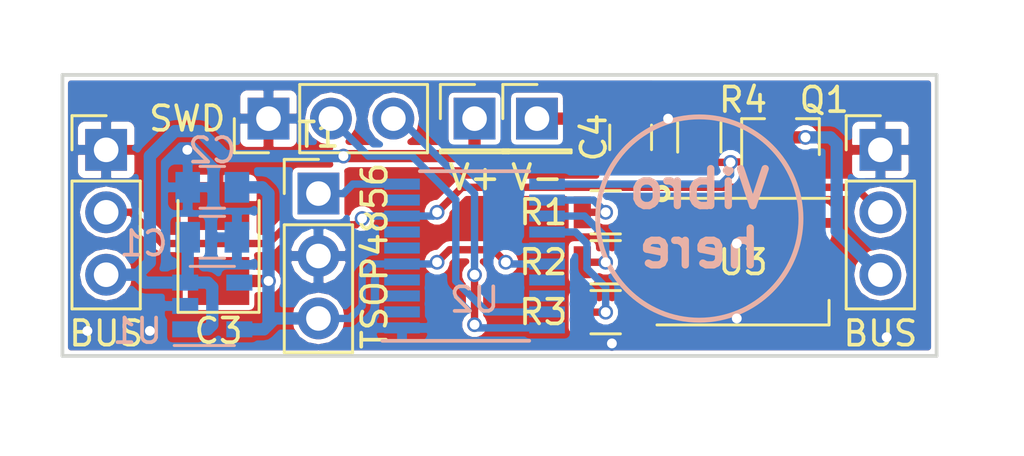
<source format=kicad_pcb>
(kicad_pcb (version 4) (host pcbnew 4.0.5)

  (general
    (links 40)
    (no_connects 0)
    (area 134.036999 38.532999 169.747001 50.113001)
    (thickness 1.6)
    (drawings 7)
    (tracks 155)
    (zones 0)
    (modules 18)
    (nets 24)
  )

  (page A4)
  (layers
    (0 F.Cu signal)
    (31 B.Cu signal)
    (32 B.Adhes user)
    (33 F.Adhes user)
    (34 B.Paste user)
    (35 F.Paste user)
    (36 B.SilkS user)
    (37 F.SilkS user)
    (38 B.Mask user)
    (39 F.Mask user)
    (40 Dwgs.User user)
    (41 Cmts.User user)
    (42 Eco1.User user)
    (43 Eco2.User user)
    (44 Edge.Cuts user)
    (45 Margin user)
    (46 B.CrtYd user)
    (47 F.CrtYd user)
    (48 B.Fab user)
    (49 F.Fab user)
  )

  (setup
    (last_trace_width 0.3)
    (trace_clearance 0.2)
    (zone_clearance 0.15)
    (zone_45_only no)
    (trace_min 0.2)
    (segment_width 0.2)
    (edge_width 0.15)
    (via_size 0.6)
    (via_drill 0.4)
    (via_min_size 0.4)
    (via_min_drill 0.3)
    (uvia_size 0.3)
    (uvia_drill 0.1)
    (uvias_allowed no)
    (uvia_min_size 0.2)
    (uvia_min_drill 0.1)
    (pcb_text_width 0.3)
    (pcb_text_size 1.5 1.5)
    (mod_edge_width 0.15)
    (mod_text_size 1 1)
    (mod_text_width 0.15)
    (pad_size 1.524 1.524)
    (pad_drill 0.762)
    (pad_to_mask_clearance 0.2)
    (aux_axis_origin 0 0)
    (visible_elements FFFFFF7F)
    (pcbplotparams
      (layerselection 0x00030_80000001)
      (usegerberextensions false)
      (excludeedgelayer true)
      (linewidth 0.100000)
      (plotframeref false)
      (viasonmask false)
      (mode 1)
      (useauxorigin false)
      (hpglpennumber 1)
      (hpglpenspeed 20)
      (hpglpendiameter 15)
      (hpglpenoverlay 2)
      (psnegative false)
      (psa4output false)
      (plotreference true)
      (plotvalue true)
      (plotinvisibletext false)
      (padsonsilk false)
      (subtractmaskfromsilk false)
      (outputformat 1)
      (mirror false)
      (drillshape 1)
      (scaleselection 1)
      (outputdirectory ""))
  )

  (net 0 "")
  (net 1 VCC)
  (net 2 GND)
  (net 3 +3V3)
  (net 4 "Net-(C4-Pad2)")
  (net 5 Bus)
  (net 6 SDWIO)
  (net 7 SWCLK)
  (net 8 PA0)
  (net 9 PA1)
  (net 10 PA3)
  (net 11 PA10)
  (net 12 Vibro)
  (net 13 IR_out)
  (net 14 "Net-(R1-Pad1)")
  (net 15 red)
  (net 16 "Net-(R2-Pad1)")
  (net 17 green)
  (net 18 "Net-(R3-Pad1)")
  (net 19 blue)
  (net 20 IR_in)
  (net 21 "Net-(U2-Pad2)")
  (net 22 "Net-(U2-Pad3)")
  (net 23 "Net-(U2-Pad4)")

  (net_class Default "Это класс цепей по умолчанию."
    (clearance 0.2)
    (trace_width 0.3)
    (via_dia 0.6)
    (via_drill 0.4)
    (uvia_dia 0.3)
    (uvia_drill 0.1)
    (add_net +3V3)
    (add_net Bus)
    (add_net GND)
    (add_net IR_in)
    (add_net IR_out)
    (add_net "Net-(C4-Pad2)")
    (add_net "Net-(R1-Pad1)")
    (add_net "Net-(R2-Pad1)")
    (add_net "Net-(R3-Pad1)")
    (add_net "Net-(U2-Pad2)")
    (add_net "Net-(U2-Pad3)")
    (add_net "Net-(U2-Pad4)")
    (add_net PA0)
    (add_net PA1)
    (add_net PA10)
    (add_net PA3)
    (add_net SDWIO)
    (add_net SWCLK)
    (add_net VCC)
    (add_net Vibro)
    (add_net blue)
    (add_net green)
    (add_net red)
  )

  (module Resistors_SMD:R_0805 (layer F.Cu) (tedit 58BDEA3B) (tstamp 58BDD5D9)
    (at 156.21 48.26 180)
    (descr "Resistor SMD 0805, reflow soldering, Vishay (see dcrcw.pdf)")
    (tags "resistor 0805")
    (path /58B2AB27)
    (attr smd)
    (fp_text reference R3 (at 2.54 0 180) (layer F.SilkS)
      (effects (font (size 1 1) (thickness 0.15)))
    )
    (fp_text value 150 (at 0 1.75 180) (layer F.Fab)
      (effects (font (size 1 1) (thickness 0.15)))
    )
    (fp_text user %R (at 0 -1.65 180) (layer F.Fab)
      (effects (font (size 1 1) (thickness 0.15)))
    )
    (fp_line (start -1 0.62) (end -1 -0.62) (layer F.Fab) (width 0.1))
    (fp_line (start 1 0.62) (end -1 0.62) (layer F.Fab) (width 0.1))
    (fp_line (start 1 -0.62) (end 1 0.62) (layer F.Fab) (width 0.1))
    (fp_line (start -1 -0.62) (end 1 -0.62) (layer F.Fab) (width 0.1))
    (fp_line (start 0.6 0.88) (end -0.6 0.88) (layer F.SilkS) (width 0.12))
    (fp_line (start -0.6 -0.88) (end 0.6 -0.88) (layer F.SilkS) (width 0.12))
    (fp_line (start -1.55 -0.9) (end 1.55 -0.9) (layer F.CrtYd) (width 0.05))
    (fp_line (start -1.55 -0.9) (end -1.55 0.9) (layer F.CrtYd) (width 0.05))
    (fp_line (start 1.55 0.9) (end 1.55 -0.9) (layer F.CrtYd) (width 0.05))
    (fp_line (start 1.55 0.9) (end -1.55 0.9) (layer F.CrtYd) (width 0.05))
    (pad 1 smd rect (at -0.95 0 180) (size 0.7 1.3) (layers F.Cu F.Paste F.Mask)
      (net 18 "Net-(R3-Pad1)"))
    (pad 2 smd rect (at 0.95 0 180) (size 0.7 1.3) (layers F.Cu F.Paste F.Mask)
      (net 19 blue))
    (model Resistors_SMD.3dshapes/R_0805.wrl
      (at (xyz 0 0 0))
      (scale (xyz 1 1 1))
      (rotate (xyz 0 0 0))
    )
  )

  (module Capacitors_SMD:C_0805 (layer B.Cu) (tedit 58BDEB55) (tstamp 58BDD473)
    (at 140.208 45.212)
    (descr "Capacitor SMD 0805, reflow soldering, AVX (see smccp.pdf)")
    (tags "capacitor 0805")
    (path /58B2AFCA)
    (attr smd)
    (fp_text reference C1 (at -2.794 0.254) (layer B.SilkS)
      (effects (font (size 1 1) (thickness 0.15)) (justify mirror))
    )
    (fp_text value 0.1uF (at 0 -1.75) (layer B.Fab)
      (effects (font (size 1 1) (thickness 0.15)) (justify mirror))
    )
    (fp_text user %R (at 0 1.5) (layer B.Fab)
      (effects (font (size 1 1) (thickness 0.15)) (justify mirror))
    )
    (fp_line (start -1 -0.62) (end -1 0.62) (layer B.Fab) (width 0.1))
    (fp_line (start 1 -0.62) (end -1 -0.62) (layer B.Fab) (width 0.1))
    (fp_line (start 1 0.62) (end 1 -0.62) (layer B.Fab) (width 0.1))
    (fp_line (start -1 0.62) (end 1 0.62) (layer B.Fab) (width 0.1))
    (fp_line (start 0.5 0.85) (end -0.5 0.85) (layer B.SilkS) (width 0.12))
    (fp_line (start -0.5 -0.85) (end 0.5 -0.85) (layer B.SilkS) (width 0.12))
    (fp_line (start -1.75 0.88) (end 1.75 0.88) (layer B.CrtYd) (width 0.05))
    (fp_line (start -1.75 0.88) (end -1.75 -0.87) (layer B.CrtYd) (width 0.05))
    (fp_line (start 1.75 -0.87) (end 1.75 0.88) (layer B.CrtYd) (width 0.05))
    (fp_line (start 1.75 -0.87) (end -1.75 -0.87) (layer B.CrtYd) (width 0.05))
    (pad 1 smd rect (at -1 0) (size 1 1.25) (layers B.Cu B.Paste B.Mask)
      (net 1 VCC))
    (pad 2 smd rect (at 1 0) (size 1 1.25) (layers B.Cu B.Paste B.Mask)
      (net 2 GND))
    (model Capacitors_SMD.3dshapes/C_0805.wrl
      (at (xyz 0 0 0))
      (scale (xyz 1 1 1))
      (rotate (xyz 0 0 0))
    )
  )

  (module Capacitors_SMD:C_0805 (layer B.Cu) (tedit 58AA8463) (tstamp 58BDD484)
    (at 140.208 43.18 180)
    (descr "Capacitor SMD 0805, reflow soldering, AVX (see smccp.pdf)")
    (tags "capacitor 0805")
    (path /58B2A8CA)
    (attr smd)
    (fp_text reference C2 (at 0 1.5 180) (layer B.SilkS)
      (effects (font (size 1 1) (thickness 0.15)) (justify mirror))
    )
    (fp_text value 0.1uF (at 0 -1.75 180) (layer B.Fab)
      (effects (font (size 1 1) (thickness 0.15)) (justify mirror))
    )
    (fp_text user %R (at 0 1.5 180) (layer B.Fab)
      (effects (font (size 1 1) (thickness 0.15)) (justify mirror))
    )
    (fp_line (start -1 -0.62) (end -1 0.62) (layer B.Fab) (width 0.1))
    (fp_line (start 1 -0.62) (end -1 -0.62) (layer B.Fab) (width 0.1))
    (fp_line (start 1 0.62) (end 1 -0.62) (layer B.Fab) (width 0.1))
    (fp_line (start -1 0.62) (end 1 0.62) (layer B.Fab) (width 0.1))
    (fp_line (start 0.5 0.85) (end -0.5 0.85) (layer B.SilkS) (width 0.12))
    (fp_line (start -0.5 -0.85) (end 0.5 -0.85) (layer B.SilkS) (width 0.12))
    (fp_line (start -1.75 0.88) (end 1.75 0.88) (layer B.CrtYd) (width 0.05))
    (fp_line (start -1.75 0.88) (end -1.75 -0.87) (layer B.CrtYd) (width 0.05))
    (fp_line (start 1.75 -0.87) (end 1.75 0.88) (layer B.CrtYd) (width 0.05))
    (fp_line (start 1.75 -0.87) (end -1.75 -0.87) (layer B.CrtYd) (width 0.05))
    (pad 1 smd rect (at -1 0 180) (size 1 1.25) (layers B.Cu B.Paste B.Mask)
      (net 3 +3V3))
    (pad 2 smd rect (at 1 0 180) (size 1 1.25) (layers B.Cu B.Paste B.Mask)
      (net 2 GND))
    (model Capacitors_SMD.3dshapes/C_0805.wrl
      (at (xyz 0 0 0))
      (scale (xyz 1 1 1))
      (rotate (xyz 0 0 0))
    )
  )

  (module Capacitors_Tantalum_SMD:CP_Tantalum_Case-B_EIA-3528-21_Reflow (layer F.Cu) (tedit 58BDEA5E) (tstamp 58BDD497)
    (at 140.462 45.466 90)
    (descr "Tantalum capacitor, Case B, EIA 3528-21, 3.5x2.8x1.9mm, Reflow soldering footprint")
    (tags "capacitor tantalum smd")
    (path /58B2D518)
    (attr smd)
    (fp_text reference C3 (at -3.556 0 180) (layer F.SilkS)
      (effects (font (size 1 1) (thickness 0.15)))
    )
    (fp_text value 100uF (at 0 3.15 90) (layer F.Fab)
      (effects (font (size 1 1) (thickness 0.15)))
    )
    (fp_line (start -2.85 -1.75) (end -2.85 1.75) (layer F.CrtYd) (width 0.05))
    (fp_line (start -2.85 1.75) (end 2.85 1.75) (layer F.CrtYd) (width 0.05))
    (fp_line (start 2.85 1.75) (end 2.85 -1.75) (layer F.CrtYd) (width 0.05))
    (fp_line (start 2.85 -1.75) (end -2.85 -1.75) (layer F.CrtYd) (width 0.05))
    (fp_line (start -1.75 -1.4) (end -1.75 1.4) (layer F.Fab) (width 0.1))
    (fp_line (start -1.75 1.4) (end 1.75 1.4) (layer F.Fab) (width 0.1))
    (fp_line (start 1.75 1.4) (end 1.75 -1.4) (layer F.Fab) (width 0.1))
    (fp_line (start 1.75 -1.4) (end -1.75 -1.4) (layer F.Fab) (width 0.1))
    (fp_line (start -1.4 -1.4) (end -1.4 1.4) (layer F.Fab) (width 0.1))
    (fp_line (start -1.225 -1.4) (end -1.225 1.4) (layer F.Fab) (width 0.1))
    (fp_line (start -2.8 -1.65) (end 1.75 -1.65) (layer F.SilkS) (width 0.12))
    (fp_line (start -2.8 1.65) (end 1.75 1.65) (layer F.SilkS) (width 0.12))
    (fp_line (start -2.8 -1.65) (end -2.8 1.65) (layer F.SilkS) (width 0.12))
    (pad 1 smd rect (at -1.525 0 90) (size 1.95 2.5) (layers F.Cu F.Paste F.Mask)
      (net 3 +3V3))
    (pad 2 smd rect (at 1.525 0 90) (size 1.95 2.5) (layers F.Cu F.Paste F.Mask)
      (net 2 GND))
    (model Capacitors_Tantalum_SMD.3dshapes/CP_Tantalum_Case-B_EIA-3528-21.wrl
      (at (xyz 0 0 0))
      (scale (xyz 1 1 1))
      (rotate (xyz 0 0 0))
    )
  )

  (module Capacitors_SMD:C_0805 (layer F.Cu) (tedit 58AA8463) (tstamp 58BDD4A8)
    (at 157.226 41.148 90)
    (descr "Capacitor SMD 0805, reflow soldering, AVX (see smccp.pdf)")
    (tags "capacitor 0805")
    (path /58B2D9BF)
    (attr smd)
    (fp_text reference C4 (at 0 -1.5 90) (layer F.SilkS)
      (effects (font (size 1 1) (thickness 0.15)))
    )
    (fp_text value 0.1uF (at 0 1.75 90) (layer F.Fab)
      (effects (font (size 1 1) (thickness 0.15)))
    )
    (fp_text user %R (at 0 -1.5 90) (layer F.Fab)
      (effects (font (size 1 1) (thickness 0.15)))
    )
    (fp_line (start -1 0.62) (end -1 -0.62) (layer F.Fab) (width 0.1))
    (fp_line (start 1 0.62) (end -1 0.62) (layer F.Fab) (width 0.1))
    (fp_line (start 1 -0.62) (end 1 0.62) (layer F.Fab) (width 0.1))
    (fp_line (start -1 -0.62) (end 1 -0.62) (layer F.Fab) (width 0.1))
    (fp_line (start 0.5 -0.85) (end -0.5 -0.85) (layer F.SilkS) (width 0.12))
    (fp_line (start -0.5 0.85) (end 0.5 0.85) (layer F.SilkS) (width 0.12))
    (fp_line (start -1.75 -0.88) (end 1.75 -0.88) (layer F.CrtYd) (width 0.05))
    (fp_line (start -1.75 -0.88) (end -1.75 0.87) (layer F.CrtYd) (width 0.05))
    (fp_line (start 1.75 0.87) (end 1.75 -0.88) (layer F.CrtYd) (width 0.05))
    (fp_line (start 1.75 0.87) (end -1.75 0.87) (layer F.CrtYd) (width 0.05))
    (pad 1 smd rect (at -1 0 90) (size 1 1.25) (layers F.Cu F.Paste F.Mask)
      (net 1 VCC))
    (pad 2 smd rect (at 1 0 90) (size 1 1.25) (layers F.Cu F.Paste F.Mask)
      (net 4 "Net-(C4-Pad2)"))
    (model Capacitors_SMD.3dshapes/C_0805.wrl
      (at (xyz 0 0 0))
      (scale (xyz 1 1 1))
      (rotate (xyz 0 0 0))
    )
  )

  (module Pin_Headers:Pin_Header_Straight_1x03_Pitch2.54mm (layer F.Cu) (tedit 58BDEA07) (tstamp 58BDD4CE)
    (at 135.89 41.656)
    (descr "Through hole straight pin header, 1x03, 2.54mm pitch, single row")
    (tags "Through hole pin header THT 1x03 2.54mm single row")
    (path /58B2CD36)
    (fp_text reference P1 (at 0 -2.39) (layer F.SilkS) hide
      (effects (font (size 1 1) (thickness 0.15)))
    )
    (fp_text value BUS (at 0 7.47) (layer F.SilkS)
      (effects (font (size 1 1) (thickness 0.15)))
    )
    (fp_line (start -1.27 -1.27) (end -1.27 6.35) (layer F.Fab) (width 0.1))
    (fp_line (start -1.27 6.35) (end 1.27 6.35) (layer F.Fab) (width 0.1))
    (fp_line (start 1.27 6.35) (end 1.27 -1.27) (layer F.Fab) (width 0.1))
    (fp_line (start 1.27 -1.27) (end -1.27 -1.27) (layer F.Fab) (width 0.1))
    (fp_line (start -1.39 1.27) (end -1.39 6.47) (layer F.SilkS) (width 0.12))
    (fp_line (start -1.39 6.47) (end 1.39 6.47) (layer F.SilkS) (width 0.12))
    (fp_line (start 1.39 6.47) (end 1.39 1.27) (layer F.SilkS) (width 0.12))
    (fp_line (start 1.39 1.27) (end -1.39 1.27) (layer F.SilkS) (width 0.12))
    (fp_line (start -1.39 0) (end -1.39 -1.39) (layer F.SilkS) (width 0.12))
    (fp_line (start -1.39 -1.39) (end 0 -1.39) (layer F.SilkS) (width 0.12))
    (fp_line (start -1.6 -1.6) (end -1.6 6.6) (layer F.CrtYd) (width 0.05))
    (fp_line (start -1.6 6.6) (end 1.6 6.6) (layer F.CrtYd) (width 0.05))
    (fp_line (start 1.6 6.6) (end 1.6 -1.6) (layer F.CrtYd) (width 0.05))
    (fp_line (start 1.6 -1.6) (end -1.6 -1.6) (layer F.CrtYd) (width 0.05))
    (pad 1 thru_hole rect (at 0 0) (size 1.7 1.7) (drill 1) (layers *.Cu *.Mask)
      (net 2 GND))
    (pad 2 thru_hole oval (at 0 2.54) (size 1.7 1.7) (drill 1) (layers *.Cu *.Mask)
      (net 5 Bus))
    (pad 3 thru_hole oval (at 0 5.08) (size 1.7 1.7) (drill 1) (layers *.Cu *.Mask)
      (net 1 VCC))
    (model Pin_Headers.3dshapes/Pin_Header_Straight_1x03_Pitch2.54mm.wrl
      (at (xyz 0 -0.1 0))
      (scale (xyz 1 1 1))
      (rotate (xyz 0 0 90))
    )
  )

  (module Pin_Headers:Pin_Header_Straight_1x03_Pitch2.54mm (layer F.Cu) (tedit 58BDEA0C) (tstamp 58BDD4E3)
    (at 167.386 41.656)
    (descr "Through hole straight pin header, 1x03, 2.54mm pitch, single row")
    (tags "Through hole pin header THT 1x03 2.54mm single row")
    (path /58B2CEBF)
    (fp_text reference P2 (at 0 -2.39) (layer F.SilkS) hide
      (effects (font (size 1 1) (thickness 0.15)))
    )
    (fp_text value BUS (at 0 7.47) (layer F.SilkS)
      (effects (font (size 1 1) (thickness 0.15)))
    )
    (fp_line (start -1.27 -1.27) (end -1.27 6.35) (layer F.Fab) (width 0.1))
    (fp_line (start -1.27 6.35) (end 1.27 6.35) (layer F.Fab) (width 0.1))
    (fp_line (start 1.27 6.35) (end 1.27 -1.27) (layer F.Fab) (width 0.1))
    (fp_line (start 1.27 -1.27) (end -1.27 -1.27) (layer F.Fab) (width 0.1))
    (fp_line (start -1.39 1.27) (end -1.39 6.47) (layer F.SilkS) (width 0.12))
    (fp_line (start -1.39 6.47) (end 1.39 6.47) (layer F.SilkS) (width 0.12))
    (fp_line (start 1.39 6.47) (end 1.39 1.27) (layer F.SilkS) (width 0.12))
    (fp_line (start 1.39 1.27) (end -1.39 1.27) (layer F.SilkS) (width 0.12))
    (fp_line (start -1.39 0) (end -1.39 -1.39) (layer F.SilkS) (width 0.12))
    (fp_line (start -1.39 -1.39) (end 0 -1.39) (layer F.SilkS) (width 0.12))
    (fp_line (start -1.6 -1.6) (end -1.6 6.6) (layer F.CrtYd) (width 0.05))
    (fp_line (start -1.6 6.6) (end 1.6 6.6) (layer F.CrtYd) (width 0.05))
    (fp_line (start 1.6 6.6) (end 1.6 -1.6) (layer F.CrtYd) (width 0.05))
    (fp_line (start 1.6 -1.6) (end -1.6 -1.6) (layer F.CrtYd) (width 0.05))
    (pad 1 thru_hole rect (at 0 0) (size 1.7 1.7) (drill 1) (layers *.Cu *.Mask)
      (net 2 GND))
    (pad 2 thru_hole oval (at 0 2.54) (size 1.7 1.7) (drill 1) (layers *.Cu *.Mask)
      (net 5 Bus))
    (pad 3 thru_hole oval (at 0 5.08) (size 1.7 1.7) (drill 1) (layers *.Cu *.Mask)
      (net 1 VCC))
    (model Pin_Headers.3dshapes/Pin_Header_Straight_1x03_Pitch2.54mm.wrl
      (at (xyz 0 -0.1 0))
      (scale (xyz 1 1 1))
      (rotate (xyz 0 0 90))
    )
  )

  (module Pin_Headers:Pin_Header_Straight_1x03_Pitch2.54mm (layer F.Cu) (tedit 58BDEA83) (tstamp 58BDD4F8)
    (at 142.494 40.386 90)
    (descr "Through hole straight pin header, 1x03, 2.54mm pitch, single row")
    (tags "Through hole pin header THT 1x03 2.54mm single row")
    (path /58B2E020)
    (fp_text reference P3 (at 0 -2.39 90) (layer F.SilkS) hide
      (effects (font (size 1 1) (thickness 0.15)))
    )
    (fp_text value SWD (at 0 -3.302 180) (layer F.SilkS)
      (effects (font (size 1 1) (thickness 0.15)))
    )
    (fp_line (start -1.27 -1.27) (end -1.27 6.35) (layer F.Fab) (width 0.1))
    (fp_line (start -1.27 6.35) (end 1.27 6.35) (layer F.Fab) (width 0.1))
    (fp_line (start 1.27 6.35) (end 1.27 -1.27) (layer F.Fab) (width 0.1))
    (fp_line (start 1.27 -1.27) (end -1.27 -1.27) (layer F.Fab) (width 0.1))
    (fp_line (start -1.39 1.27) (end -1.39 6.47) (layer F.SilkS) (width 0.12))
    (fp_line (start -1.39 6.47) (end 1.39 6.47) (layer F.SilkS) (width 0.12))
    (fp_line (start 1.39 6.47) (end 1.39 1.27) (layer F.SilkS) (width 0.12))
    (fp_line (start 1.39 1.27) (end -1.39 1.27) (layer F.SilkS) (width 0.12))
    (fp_line (start -1.39 0) (end -1.39 -1.39) (layer F.SilkS) (width 0.12))
    (fp_line (start -1.39 -1.39) (end 0 -1.39) (layer F.SilkS) (width 0.12))
    (fp_line (start -1.6 -1.6) (end -1.6 6.6) (layer F.CrtYd) (width 0.05))
    (fp_line (start -1.6 6.6) (end 1.6 6.6) (layer F.CrtYd) (width 0.05))
    (fp_line (start 1.6 6.6) (end 1.6 -1.6) (layer F.CrtYd) (width 0.05))
    (fp_line (start 1.6 -1.6) (end -1.6 -1.6) (layer F.CrtYd) (width 0.05))
    (pad 1 thru_hole rect (at 0 0 90) (size 1.7 1.7) (drill 1) (layers *.Cu *.Mask)
      (net 2 GND))
    (pad 2 thru_hole oval (at 0 2.54 90) (size 1.7 1.7) (drill 1) (layers *.Cu *.Mask)
      (net 6 SDWIO))
    (pad 3 thru_hole oval (at 0 5.08 90) (size 1.7 1.7) (drill 1) (layers *.Cu *.Mask)
      (net 7 SWCLK))
    (model Pin_Headers.3dshapes/Pin_Header_Straight_1x03_Pitch2.54mm.wrl
      (at (xyz 0 -0.1 0))
      (scale (xyz 1 1 1))
      (rotate (xyz 0 0 90))
    )
  )

  (module Pin_Headers:Pin_Header_Straight_1x01_Pitch2.54mm (layer F.Cu) (tedit 58BDEB25) (tstamp 58BDD557)
    (at 150.876 40.386)
    (descr "Through hole straight pin header, 1x01, 2.54mm pitch, single row")
    (tags "Through hole pin header THT 1x01 2.54mm single row")
    (path /58B2B23F)
    (fp_text reference P8 (at 0 -2.39) (layer F.SilkS) hide
      (effects (font (size 1 1) (thickness 0.15)))
    )
    (fp_text value V+ (at 0 2.39) (layer F.SilkS)
      (effects (font (size 1 1) (thickness 0.15)))
    )
    (fp_line (start -1.27 -1.27) (end -1.27 1.27) (layer F.Fab) (width 0.1))
    (fp_line (start -1.27 1.27) (end 1.27 1.27) (layer F.Fab) (width 0.1))
    (fp_line (start 1.27 1.27) (end 1.27 -1.27) (layer F.Fab) (width 0.1))
    (fp_line (start 1.27 -1.27) (end -1.27 -1.27) (layer F.Fab) (width 0.1))
    (fp_line (start -1.39 1.27) (end -1.39 1.39) (layer F.SilkS) (width 0.12))
    (fp_line (start -1.39 1.39) (end 1.39 1.39) (layer F.SilkS) (width 0.12))
    (fp_line (start 1.39 1.39) (end 1.39 1.27) (layer F.SilkS) (width 0.12))
    (fp_line (start 1.39 1.27) (end -1.39 1.27) (layer F.SilkS) (width 0.12))
    (fp_line (start -1.39 0) (end -1.39 -1.39) (layer F.SilkS) (width 0.12))
    (fp_line (start -1.39 -1.39) (end 0 -1.39) (layer F.SilkS) (width 0.12))
    (fp_line (start -1.6 -1.6) (end -1.6 1.6) (layer F.CrtYd) (width 0.05))
    (fp_line (start -1.6 1.6) (end 1.6 1.6) (layer F.CrtYd) (width 0.05))
    (fp_line (start 1.6 1.6) (end 1.6 -1.6) (layer F.CrtYd) (width 0.05))
    (fp_line (start 1.6 -1.6) (end -1.6 -1.6) (layer F.CrtYd) (width 0.05))
    (pad 1 thru_hole rect (at 0 0) (size 1.7 1.7) (drill 1) (layers *.Cu *.Mask)
      (net 1 VCC))
    (model Pin_Headers.3dshapes/Pin_Header_Straight_1x01_Pitch2.54mm.wrl
      (at (xyz 0 0 0))
      (scale (xyz 1 1 1))
      (rotate (xyz 0 0 90))
    )
  )

  (module Pin_Headers:Pin_Header_Straight_1x01_Pitch2.54mm (layer F.Cu) (tedit 58BDEB30) (tstamp 58BDD56A)
    (at 153.416 40.386)
    (descr "Through hole straight pin header, 1x01, 2.54mm pitch, single row")
    (tags "Through hole pin header THT 1x01 2.54mm single row")
    (path /58B2B160)
    (fp_text reference P9 (at 0 -2.39) (layer F.SilkS) hide
      (effects (font (size 1 1) (thickness 0.15)))
    )
    (fp_text value V- (at 0 2.39) (layer F.SilkS)
      (effects (font (size 1 1) (thickness 0.15)))
    )
    (fp_line (start -1.27 -1.27) (end -1.27 1.27) (layer F.Fab) (width 0.1))
    (fp_line (start -1.27 1.27) (end 1.27 1.27) (layer F.Fab) (width 0.1))
    (fp_line (start 1.27 1.27) (end 1.27 -1.27) (layer F.Fab) (width 0.1))
    (fp_line (start 1.27 -1.27) (end -1.27 -1.27) (layer F.Fab) (width 0.1))
    (fp_line (start -1.39 1.27) (end -1.39 1.39) (layer F.SilkS) (width 0.12))
    (fp_line (start -1.39 1.39) (end 1.39 1.39) (layer F.SilkS) (width 0.12))
    (fp_line (start 1.39 1.39) (end 1.39 1.27) (layer F.SilkS) (width 0.12))
    (fp_line (start 1.39 1.27) (end -1.39 1.27) (layer F.SilkS) (width 0.12))
    (fp_line (start -1.39 0) (end -1.39 -1.39) (layer F.SilkS) (width 0.12))
    (fp_line (start -1.39 -1.39) (end 0 -1.39) (layer F.SilkS) (width 0.12))
    (fp_line (start -1.6 -1.6) (end -1.6 1.6) (layer F.CrtYd) (width 0.05))
    (fp_line (start -1.6 1.6) (end 1.6 1.6) (layer F.CrtYd) (width 0.05))
    (fp_line (start 1.6 1.6) (end 1.6 -1.6) (layer F.CrtYd) (width 0.05))
    (fp_line (start 1.6 -1.6) (end -1.6 -1.6) (layer F.CrtYd) (width 0.05))
    (pad 1 thru_hole rect (at 0 0) (size 1.7 1.7) (drill 1) (layers *.Cu *.Mask)
      (net 4 "Net-(C4-Pad2)"))
    (model Pin_Headers.3dshapes/Pin_Header_Straight_1x01_Pitch2.54mm.wrl
      (at (xyz 0 0 0))
      (scale (xyz 1 1 1))
      (rotate (xyz 0 0 90))
    )
  )

  (module TO_SOT_Packages_SMD:SOT-23 (layer F.Cu) (tedit 58BDEAC6) (tstamp 58BDD57E)
    (at 163.322 41.148 90)
    (descr "SOT-23, Standard")
    (tags SOT-23)
    (path /58B2AE67)
    (attr smd)
    (fp_text reference Q1 (at 1.524 1.778 180) (layer F.SilkS)
      (effects (font (size 1 1) (thickness 0.15)))
    )
    (fp_text value Q_NMOS_GSD (at 0 2.5 90) (layer F.Fab)
      (effects (font (size 1 1) (thickness 0.15)))
    )
    (fp_line (start -0.7 -0.95) (end -0.7 1.5) (layer F.Fab) (width 0.1))
    (fp_line (start -0.15 -1.52) (end 0.7 -1.52) (layer F.Fab) (width 0.1))
    (fp_line (start -0.7 -0.95) (end -0.15 -1.52) (layer F.Fab) (width 0.1))
    (fp_line (start 0.7 -1.52) (end 0.7 1.52) (layer F.Fab) (width 0.1))
    (fp_line (start -0.7 1.52) (end 0.7 1.52) (layer F.Fab) (width 0.1))
    (fp_line (start 0.76 1.58) (end 0.76 0.65) (layer F.SilkS) (width 0.12))
    (fp_line (start 0.76 -1.58) (end 0.76 -0.65) (layer F.SilkS) (width 0.12))
    (fp_line (start -1.7 -1.75) (end 1.7 -1.75) (layer F.CrtYd) (width 0.05))
    (fp_line (start 1.7 -1.75) (end 1.7 1.75) (layer F.CrtYd) (width 0.05))
    (fp_line (start 1.7 1.75) (end -1.7 1.75) (layer F.CrtYd) (width 0.05))
    (fp_line (start -1.7 1.75) (end -1.7 -1.75) (layer F.CrtYd) (width 0.05))
    (fp_line (start 0.76 -1.58) (end -1.4 -1.58) (layer F.SilkS) (width 0.12))
    (fp_line (start 0.76 1.58) (end -0.7 1.58) (layer F.SilkS) (width 0.12))
    (pad 1 smd rect (at -1 -0.95 90) (size 0.9 0.8) (layers F.Cu F.Paste F.Mask)
      (net 12 Vibro))
    (pad 2 smd rect (at -1 0.95 90) (size 0.9 0.8) (layers F.Cu F.Paste F.Mask)
      (net 2 GND))
    (pad 3 smd rect (at 1 0 90) (size 0.9 0.8) (layers F.Cu F.Paste F.Mask)
      (net 4 "Net-(C4-Pad2)"))
    (model TO_SOT_Packages_SMD.3dshapes/SOT-23.wrl
      (at (xyz 0 0 0))
      (scale (xyz 1 1 1))
      (rotate (xyz 0 0 90))
    )
  )

  (module Resistors_SMD:R_0805 (layer F.Cu) (tedit 58BDEA32) (tstamp 58BDD5B7)
    (at 156.21 44.196 180)
    (descr "Resistor SMD 0805, reflow soldering, Vishay (see dcrcw.pdf)")
    (tags "resistor 0805")
    (path /58B2AAD9)
    (attr smd)
    (fp_text reference R1 (at 2.54 0 180) (layer F.SilkS)
      (effects (font (size 1 1) (thickness 0.15)))
    )
    (fp_text value 150 (at 0 1.75 180) (layer F.Fab)
      (effects (font (size 1 1) (thickness 0.15)))
    )
    (fp_text user %R (at 0 -1.65 180) (layer F.Fab)
      (effects (font (size 1 1) (thickness 0.15)))
    )
    (fp_line (start -1 0.62) (end -1 -0.62) (layer F.Fab) (width 0.1))
    (fp_line (start 1 0.62) (end -1 0.62) (layer F.Fab) (width 0.1))
    (fp_line (start 1 -0.62) (end 1 0.62) (layer F.Fab) (width 0.1))
    (fp_line (start -1 -0.62) (end 1 -0.62) (layer F.Fab) (width 0.1))
    (fp_line (start 0.6 0.88) (end -0.6 0.88) (layer F.SilkS) (width 0.12))
    (fp_line (start -0.6 -0.88) (end 0.6 -0.88) (layer F.SilkS) (width 0.12))
    (fp_line (start -1.55 -0.9) (end 1.55 -0.9) (layer F.CrtYd) (width 0.05))
    (fp_line (start -1.55 -0.9) (end -1.55 0.9) (layer F.CrtYd) (width 0.05))
    (fp_line (start 1.55 0.9) (end 1.55 -0.9) (layer F.CrtYd) (width 0.05))
    (fp_line (start 1.55 0.9) (end -1.55 0.9) (layer F.CrtYd) (width 0.05))
    (pad 1 smd rect (at -0.95 0 180) (size 0.7 1.3) (layers F.Cu F.Paste F.Mask)
      (net 14 "Net-(R1-Pad1)"))
    (pad 2 smd rect (at 0.95 0 180) (size 0.7 1.3) (layers F.Cu F.Paste F.Mask)
      (net 15 red))
    (model Resistors_SMD.3dshapes/R_0805.wrl
      (at (xyz 0 0 0))
      (scale (xyz 1 1 1))
      (rotate (xyz 0 0 0))
    )
  )

  (module Resistors_SMD:R_0805 (layer F.Cu) (tedit 58BDEA36) (tstamp 58BDD5C8)
    (at 156.21 46.228 180)
    (descr "Resistor SMD 0805, reflow soldering, Vishay (see dcrcw.pdf)")
    (tags "resistor 0805")
    (path /58B2AB04)
    (attr smd)
    (fp_text reference R2 (at 2.54 0 180) (layer F.SilkS)
      (effects (font (size 1 1) (thickness 0.15)))
    )
    (fp_text value 150 (at 0 1.75 180) (layer F.Fab)
      (effects (font (size 1 1) (thickness 0.15)))
    )
    (fp_text user %R (at 0 -1.65 180) (layer F.Fab)
      (effects (font (size 1 1) (thickness 0.15)))
    )
    (fp_line (start -1 0.62) (end -1 -0.62) (layer F.Fab) (width 0.1))
    (fp_line (start 1 0.62) (end -1 0.62) (layer F.Fab) (width 0.1))
    (fp_line (start 1 -0.62) (end 1 0.62) (layer F.Fab) (width 0.1))
    (fp_line (start -1 -0.62) (end 1 -0.62) (layer F.Fab) (width 0.1))
    (fp_line (start 0.6 0.88) (end -0.6 0.88) (layer F.SilkS) (width 0.12))
    (fp_line (start -0.6 -0.88) (end 0.6 -0.88) (layer F.SilkS) (width 0.12))
    (fp_line (start -1.55 -0.9) (end 1.55 -0.9) (layer F.CrtYd) (width 0.05))
    (fp_line (start -1.55 -0.9) (end -1.55 0.9) (layer F.CrtYd) (width 0.05))
    (fp_line (start 1.55 0.9) (end 1.55 -0.9) (layer F.CrtYd) (width 0.05))
    (fp_line (start 1.55 0.9) (end -1.55 0.9) (layer F.CrtYd) (width 0.05))
    (pad 1 smd rect (at -0.95 0 180) (size 0.7 1.3) (layers F.Cu F.Paste F.Mask)
      (net 16 "Net-(R2-Pad1)"))
    (pad 2 smd rect (at 0.95 0 180) (size 0.7 1.3) (layers F.Cu F.Paste F.Mask)
      (net 17 green))
    (model Resistors_SMD.3dshapes/R_0805.wrl
      (at (xyz 0 0 0))
      (scale (xyz 1 1 1))
      (rotate (xyz 0 0 0))
    )
  )

  (module Pin_Headers:Pin_Header_Straight_1x03_Pitch2.54mm (layer F.Cu) (tedit 58BDEAAA) (tstamp 58BDD643)
    (at 144.526 43.434)
    (descr "Through hole straight pin header, 1x03, 2.54mm pitch, single row")
    (tags "Through hole pin header THT 1x03 2.54mm single row")
    (path /58B2B49D)
    (fp_text reference T1 (at 0 -2.39) (layer F.SilkS)
      (effects (font (size 1 1) (thickness 0.15)))
    )
    (fp_text value TSOP4856 (at 2.286 2.54 90) (layer F.SilkS)
      (effects (font (size 1 1) (thickness 0.15)))
    )
    (fp_line (start -1.27 -1.27) (end -1.27 6.35) (layer F.Fab) (width 0.1))
    (fp_line (start -1.27 6.35) (end 1.27 6.35) (layer F.Fab) (width 0.1))
    (fp_line (start 1.27 6.35) (end 1.27 -1.27) (layer F.Fab) (width 0.1))
    (fp_line (start 1.27 -1.27) (end -1.27 -1.27) (layer F.Fab) (width 0.1))
    (fp_line (start -1.39 1.27) (end -1.39 6.47) (layer F.SilkS) (width 0.12))
    (fp_line (start -1.39 6.47) (end 1.39 6.47) (layer F.SilkS) (width 0.12))
    (fp_line (start 1.39 6.47) (end 1.39 1.27) (layer F.SilkS) (width 0.12))
    (fp_line (start 1.39 1.27) (end -1.39 1.27) (layer F.SilkS) (width 0.12))
    (fp_line (start -1.39 0) (end -1.39 -1.39) (layer F.SilkS) (width 0.12))
    (fp_line (start -1.39 -1.39) (end 0 -1.39) (layer F.SilkS) (width 0.12))
    (fp_line (start -1.6 -1.6) (end -1.6 6.6) (layer F.CrtYd) (width 0.05))
    (fp_line (start -1.6 6.6) (end 1.6 6.6) (layer F.CrtYd) (width 0.05))
    (fp_line (start 1.6 6.6) (end 1.6 -1.6) (layer F.CrtYd) (width 0.05))
    (fp_line (start 1.6 -1.6) (end -1.6 -1.6) (layer F.CrtYd) (width 0.05))
    (pad 1 thru_hole rect (at 0 0) (size 1.7 1.7) (drill 1) (layers *.Cu *.Mask)
      (net 20 IR_in))
    (pad 2 thru_hole oval (at 0 2.54) (size 1.7 1.7) (drill 1) (layers *.Cu *.Mask)
      (net 2 GND))
    (pad 3 thru_hole oval (at 0 5.08) (size 1.7 1.7) (drill 1) (layers *.Cu *.Mask)
      (net 3 +3V3))
    (model Pin_Headers.3dshapes/Pin_Header_Straight_1x03_Pitch2.54mm.wrl
      (at (xyz 0 -0.1 0))
      (scale (xyz 1 1 1))
      (rotate (xyz 0 0 90))
    )
  )

  (module TO_SOT_Packages_SMD:SOT-23-5 (layer B.Cu) (tedit 58BDEB41) (tstamp 58BDD657)
    (at 140.208 48.006)
    (descr "5-pin SOT23 package")
    (tags SOT-23-5)
    (path /58B2A575)
    (attr smd)
    (fp_text reference U1 (at -3.048 1.016) (layer B.SilkS)
      (effects (font (size 1 1) (thickness 0.15)) (justify mirror))
    )
    (fp_text value NCP551 (at 0 -2.9) (layer B.Fab)
      (effects (font (size 1 1) (thickness 0.15)) (justify mirror))
    )
    (fp_line (start -0.9 -1.61) (end 0.9 -1.61) (layer B.SilkS) (width 0.12))
    (fp_line (start 0.9 1.61) (end -1.55 1.61) (layer B.SilkS) (width 0.12))
    (fp_line (start -1.9 1.8) (end 1.9 1.8) (layer B.CrtYd) (width 0.05))
    (fp_line (start 1.9 1.8) (end 1.9 -1.8) (layer B.CrtYd) (width 0.05))
    (fp_line (start 1.9 -1.8) (end -1.9 -1.8) (layer B.CrtYd) (width 0.05))
    (fp_line (start -1.9 -1.8) (end -1.9 1.8) (layer B.CrtYd) (width 0.05))
    (fp_line (start -0.9 0.9) (end -0.25 1.55) (layer B.Fab) (width 0.1))
    (fp_line (start 0.9 1.55) (end -0.25 1.55) (layer B.Fab) (width 0.1))
    (fp_line (start -0.9 0.9) (end -0.9 -1.55) (layer B.Fab) (width 0.1))
    (fp_line (start 0.9 -1.55) (end -0.9 -1.55) (layer B.Fab) (width 0.1))
    (fp_line (start 0.9 1.55) (end 0.9 -1.55) (layer B.Fab) (width 0.1))
    (pad 1 smd rect (at -1.1 0.95) (size 1.06 0.65) (layers B.Cu B.Paste B.Mask)
      (net 1 VCC))
    (pad 2 smd rect (at -1.1 0) (size 1.06 0.65) (layers B.Cu B.Paste B.Mask)
      (net 2 GND))
    (pad 3 smd rect (at -1.1 -0.95) (size 1.06 0.65) (layers B.Cu B.Paste B.Mask)
      (net 1 VCC))
    (pad 4 smd rect (at 1.1 -0.95) (size 1.06 0.65) (layers B.Cu B.Paste B.Mask))
    (pad 5 smd rect (at 1.1 0.95) (size 1.06 0.65) (layers B.Cu B.Paste B.Mask)
      (net 3 +3V3))
    (model TO_SOT_Packages_SMD.3dshapes/SOT-23-5.wrl
      (at (xyz 0 0 0))
      (scale (xyz 1 1 1))
      (rotate (xyz 0 0 0))
    )
  )

  (module Housings_SSOP:TSSOP-20_4.4x6.5mm_Pitch0.65mm (layer B.Cu) (tedit 58BDEA1E) (tstamp 58BDD67A)
    (at 150.876 45.974)
    (descr "20-Lead Plastic Thin Shrink Small Outline (ST)-4.4 mm Body [TSSOP] (see Microchip Packaging Specification 00000049BS.pdf)")
    (tags "SSOP 0.65")
    (path /58B2998D)
    (attr smd)
    (fp_text reference U2 (at 0 1.778) (layer B.SilkS)
      (effects (font (size 1 1) (thickness 0.15)) (justify mirror))
    )
    (fp_text value STM32F030F4Px (at 0 -4.3) (layer B.Fab)
      (effects (font (size 1 1) (thickness 0.15)) (justify mirror))
    )
    (fp_line (start -1.2 3.25) (end 2.2 3.25) (layer B.Fab) (width 0.15))
    (fp_line (start 2.2 3.25) (end 2.2 -3.25) (layer B.Fab) (width 0.15))
    (fp_line (start 2.2 -3.25) (end -2.2 -3.25) (layer B.Fab) (width 0.15))
    (fp_line (start -2.2 -3.25) (end -2.2 2.25) (layer B.Fab) (width 0.15))
    (fp_line (start -2.2 2.25) (end -1.2 3.25) (layer B.Fab) (width 0.15))
    (fp_line (start -3.95 3.55) (end -3.95 -3.55) (layer B.CrtYd) (width 0.05))
    (fp_line (start 3.95 3.55) (end 3.95 -3.55) (layer B.CrtYd) (width 0.05))
    (fp_line (start -3.95 3.55) (end 3.95 3.55) (layer B.CrtYd) (width 0.05))
    (fp_line (start -3.95 -3.55) (end 3.95 -3.55) (layer B.CrtYd) (width 0.05))
    (fp_line (start -2.225 -3.45) (end 2.225 -3.45) (layer B.SilkS) (width 0.15))
    (fp_line (start -3.75 3.45) (end 2.225 3.45) (layer B.SilkS) (width 0.15))
    (pad 1 smd rect (at -2.95 2.925) (size 1.45 0.45) (layers B.Cu B.Paste B.Mask)
      (net 2 GND))
    (pad 2 smd rect (at -2.95 2.275) (size 1.45 0.45) (layers B.Cu B.Paste B.Mask)
      (net 21 "Net-(U2-Pad2)"))
    (pad 3 smd rect (at -2.95 1.625) (size 1.45 0.45) (layers B.Cu B.Paste B.Mask)
      (net 22 "Net-(U2-Pad3)"))
    (pad 4 smd rect (at -2.95 0.975) (size 1.45 0.45) (layers B.Cu B.Paste B.Mask)
      (net 23 "Net-(U2-Pad4)"))
    (pad 5 smd rect (at -2.95 0.325) (size 1.45 0.45) (layers B.Cu B.Paste B.Mask)
      (net 3 +3V3))
    (pad 6 smd rect (at -2.95 -0.325) (size 1.45 0.45) (layers B.Cu B.Paste B.Mask)
      (net 8 PA0))
    (pad 7 smd rect (at -2.95 -0.975) (size 1.45 0.45) (layers B.Cu B.Paste B.Mask)
      (net 9 PA1))
    (pad 8 smd rect (at -2.95 -1.625) (size 1.45 0.45) (layers B.Cu B.Paste B.Mask)
      (net 5 Bus))
    (pad 9 smd rect (at -2.95 -2.275) (size 1.45 0.45) (layers B.Cu B.Paste B.Mask)
      (net 10 PA3))
    (pad 10 smd rect (at -2.95 -2.925) (size 1.45 0.45) (layers B.Cu B.Paste B.Mask)
      (net 20 IR_in))
    (pad 11 smd rect (at 2.95 -2.925) (size 1.45 0.45) (layers B.Cu B.Paste B.Mask)
      (net 12 Vibro))
    (pad 12 smd rect (at 2.95 -2.275) (size 1.45 0.45) (layers B.Cu B.Paste B.Mask)
      (net 15 red))
    (pad 13 smd rect (at 2.95 -1.625) (size 1.45 0.45) (layers B.Cu B.Paste B.Mask)
      (net 17 green))
    (pad 14 smd rect (at 2.95 -0.975) (size 1.45 0.45) (layers B.Cu B.Paste B.Mask)
      (net 19 blue))
    (pad 15 smd rect (at 2.95 -0.325) (size 1.45 0.45) (layers B.Cu B.Paste B.Mask)
      (net 2 GND))
    (pad 16 smd rect (at 2.95 0.325) (size 1.45 0.45) (layers B.Cu B.Paste B.Mask)
      (net 3 +3V3))
    (pad 17 smd rect (at 2.95 0.975) (size 1.45 0.45) (layers B.Cu B.Paste B.Mask)
      (net 13 IR_out))
    (pad 18 smd rect (at 2.95 1.625) (size 1.45 0.45) (layers B.Cu B.Paste B.Mask)
      (net 11 PA10))
    (pad 19 smd rect (at 2.95 2.275) (size 1.45 0.45) (layers B.Cu B.Paste B.Mask)
      (net 6 SDWIO))
    (pad 20 smd rect (at 2.95 2.925) (size 1.45 0.45) (layers B.Cu B.Paste B.Mask)
      (net 7 SWCLK))
    (model Housings_SSOP.3dshapes/TSSOP-20_4.4x6.5mm_Pitch0.65mm.wrl
      (at (xyz 0 0 0))
      (scale (xyz 1 1 1))
      (rotate (xyz 0 0 0))
    )
  )

  (module LEDs:LED_WS2812-PLCC6 (layer F.Cu) (tedit 58BDEAE2) (tstamp 58BDD691)
    (at 161.798 46.228 180)
    (descr "http://www.world-semi.com/en/Driver/Lighting/WS2811/WS212B/WS2822S/, http://www.cree.com/~/media/Files/Cree/LED-Components-and-Modules/HB/Data-Sheets/CLX6AFKB.pdf")
    (tags "LED RGB PLCC-6")
    (path /58B2A9C9)
    (attr smd)
    (fp_text reference U3 (at 0 0 180) (layer F.SilkS)
      (effects (font (size 1 1) (thickness 0.15)))
    )
    (fp_text value RGB-LED (at 0 4 180) (layer F.Fab)
      (effects (font (size 1 1) (thickness 0.15)))
    )
    (fp_line (start 3.75 -2.85) (end -3.75 -2.85) (layer F.CrtYd) (width 0.05))
    (fp_line (start 3.75 2.85) (end 3.75 -2.85) (layer F.CrtYd) (width 0.05))
    (fp_line (start -3.75 2.85) (end 3.75 2.85) (layer F.CrtYd) (width 0.05))
    (fp_line (start -3.75 -2.85) (end -3.75 2.85) (layer F.CrtYd) (width 0.05))
    (fp_line (start -2.5 -1.5) (end -1.5 -2.5) (layer F.Fab) (width 0.1))
    (fp_line (start -2.5 -2.5) (end 2.5 -2.5) (layer F.Fab) (width 0.1))
    (fp_line (start 2.5 -2.5) (end 2.5 2.5) (layer F.Fab) (width 0.1))
    (fp_line (start 2.5 2.5) (end -2.5 2.5) (layer F.Fab) (width 0.1))
    (fp_line (start -2.5 2.5) (end -2.5 -2.5) (layer F.Fab) (width 0.1))
    (fp_line (start -3.5 2.6) (end 3.5 2.6) (layer F.SilkS) (width 0.12))
    (fp_line (start -3.5 -1.55) (end -3.5 -2.55) (layer F.SilkS) (width 0.12))
    (fp_line (start -3.5 -2.55) (end 3.5 -2.55) (layer F.SilkS) (width 0.12))
    (fp_circle (center 0 0) (end 0 -2) (layer F.Fab) (width 0.1))
    (pad 4 smd rect (at 2.5 1.6 180) (size 1.6 1) (layers F.Cu F.Paste F.Mask)
      (net 14 "Net-(R1-Pad1)"))
    (pad 5 smd rect (at 2.5 0 180) (size 1.6 1) (layers F.Cu F.Paste F.Mask)
      (net 16 "Net-(R2-Pad1)"))
    (pad 6 smd rect (at 2.5 -1.6 180) (size 1.6 1) (layers F.Cu F.Paste F.Mask)
      (net 18 "Net-(R3-Pad1)"))
    (pad 3 smd rect (at -2.5 1.6 180) (size 1.6 1) (layers F.Cu F.Paste F.Mask)
      (net 2 GND))
    (pad 2 smd rect (at -2.5 0 180) (size 1.6 1) (layers F.Cu F.Paste F.Mask)
      (net 2 GND))
    (pad 1 smd rect (at -2.5 -1.6 180) (size 1.6 1) (layers F.Cu F.Paste F.Mask)
      (net 2 GND))
    (model LEDs.3dshapes/LED_WS2812-PLCC6.wrl
      (at (xyz 0 0 0))
      (scale (xyz 0.39 0.39 0.39))
      (rotate (xyz 0 0 0))
    )
  )

  (module Resistors_SMD:R_0805 (layer F.Cu) (tedit 58BDEAD1) (tstamp 58BDE704)
    (at 160.02 41.148 90)
    (descr "Resistor SMD 0805, reflow soldering, Vishay (see dcrcw.pdf)")
    (tags "resistor 0805")
    (path /58B2C472)
    (attr smd)
    (fp_text reference R4 (at 1.524 1.778 180) (layer F.SilkS)
      (effects (font (size 1 1) (thickness 0.15)))
    )
    (fp_text value 10k (at 0 1.75 90) (layer F.Fab)
      (effects (font (size 1 1) (thickness 0.15)))
    )
    (fp_text user %R (at 0 -1.65 90) (layer F.Fab)
      (effects (font (size 1 1) (thickness 0.15)))
    )
    (fp_line (start -1 0.62) (end -1 -0.62) (layer F.Fab) (width 0.1))
    (fp_line (start 1 0.62) (end -1 0.62) (layer F.Fab) (width 0.1))
    (fp_line (start 1 -0.62) (end 1 0.62) (layer F.Fab) (width 0.1))
    (fp_line (start -1 -0.62) (end 1 -0.62) (layer F.Fab) (width 0.1))
    (fp_line (start 0.6 0.88) (end -0.6 0.88) (layer F.SilkS) (width 0.12))
    (fp_line (start -0.6 -0.88) (end 0.6 -0.88) (layer F.SilkS) (width 0.12))
    (fp_line (start -1.55 -0.9) (end 1.55 -0.9) (layer F.CrtYd) (width 0.05))
    (fp_line (start -1.55 -0.9) (end -1.55 0.9) (layer F.CrtYd) (width 0.05))
    (fp_line (start 1.55 0.9) (end 1.55 -0.9) (layer F.CrtYd) (width 0.05))
    (fp_line (start 1.55 0.9) (end -1.55 0.9) (layer F.CrtYd) (width 0.05))
    (pad 1 smd rect (at -0.95 0 90) (size 0.7 1.3) (layers F.Cu F.Paste F.Mask)
      (net 12 Vibro))
    (pad 2 smd rect (at 0.95 0 90) (size 0.7 1.3) (layers F.Cu F.Paste F.Mask)
      (net 2 GND))
    (model Resistors_SMD.3dshapes/R_0805.wrl
      (at (xyz 0 0 0))
      (scale (xyz 1 1 1))
      (rotate (xyz 0 0 0))
    )
  )

  (gr_circle (center 160.02 44.45) (end 163.068 47.244) (layer B.SilkS) (width 0.2))
  (gr_text "Vibro\nhere" (at 160.02 44.45) (layer B.SilkS)
    (effects (font (size 1.5 1.5) (thickness 0.3)) (justify mirror))
  )
  (gr_circle (center 158.496 43.434) (end 158.496 43.688) (layer F.SilkS) (width 0.2))
  (gr_line (start 134.112 38.608) (end 134.112 50.038) (angle 90) (layer Edge.Cuts) (width 0.15))
  (gr_line (start 169.672 38.608) (end 134.112 38.608) (angle 90) (layer Edge.Cuts) (width 0.15))
  (gr_line (start 169.672 50.038) (end 169.672 38.608) (angle 90) (layer Edge.Cuts) (width 0.15))
  (gr_line (start 134.112 50.038) (end 169.672 50.038) (angle 90) (layer Edge.Cuts) (width 0.15))

  (segment (start 157.48 41.148) (end 163.322 41.148) (width 0.5) (layer F.Cu) (net 1))
  (segment (start 157.226 42.148) (end 157.226 41.402) (width 0.5) (layer F.Cu) (net 1))
  (segment (start 157.226 41.402) (end 157.48 41.148) (width 0.5) (layer F.Cu) (net 1) (tstamp 58BDE94B))
  (segment (start 165.608 44.958) (end 167.386 46.736) (width 0.5) (layer B.Cu) (net 1) (tstamp 58BDE9C5))
  (segment (start 165.608 41.402) (end 165.608 44.958) (width 0.5) (layer B.Cu) (net 1) (tstamp 58BDE9C4))
  (segment (start 165.354 41.148) (end 165.608 41.402) (width 0.5) (layer B.Cu) (net 1) (tstamp 58BDE9C3))
  (segment (start 164.338 41.148) (end 165.354 41.148) (width 0.5) (layer B.Cu) (net 1) (tstamp 58BDE9C2))
  (via (at 164.338 41.148) (size 0.6) (drill 0.4) (layers F.Cu B.Cu) (net 1))
  (segment (start 163.322 41.148) (end 164.338 41.148) (width 0.5) (layer F.Cu) (net 1) (tstamp 58BDE9BF))
  (segment (start 137.668 42.926) (end 137.668 41.91) (width 0.5) (layer B.Cu) (net 1))
  (segment (start 137.16 46.736) (end 137.668 46.228) (width 0.5) (layer B.Cu) (net 1))
  (segment (start 145.542 41.91) (end 150.622 41.91) (width 0.5) (layer F.Cu) (net 1) (tstamp 58BDE942))
  (via (at 145.542 41.91) (size 0.6) (drill 0.4) (layers F.Cu B.Cu) (net 1))
  (segment (start 137.668 46.228) (end 137.668 42.926) (width 0.5) (layer B.Cu) (net 1) (tstamp 58BDE93D))
  (segment (start 140.716 41.91) (end 145.542 41.91) (width 0.5) (layer B.Cu) (net 1) (tstamp 58BDE9A8))
  (segment (start 139.7 40.894) (end 140.716 41.91) (width 0.5) (layer B.Cu) (net 1) (tstamp 58BDE9A7))
  (segment (start 138.684 40.894) (end 139.7 40.894) (width 0.5) (layer B.Cu) (net 1) (tstamp 58BDE9A6))
  (segment (start 137.668 41.91) (end 138.684 40.894) (width 0.5) (layer B.Cu) (net 1) (tstamp 58BDE9A5))
  (segment (start 150.622 41.91) (end 155.702 41.91) (width 0.5) (layer F.Cu) (net 1))
  (segment (start 155.702 41.91) (end 155.94 42.148) (width 0.5) (layer F.Cu) (net 1) (tstamp 58BDE947))
  (segment (start 155.94 42.148) (end 157.226 42.148) (width 0.5) (layer F.Cu) (net 1) (tstamp 58BDE948))
  (segment (start 150.876 41.656) (end 150.876 40.386) (width 0.5) (layer F.Cu) (net 1) (tstamp 58BDE944))
  (segment (start 150.622 41.91) (end 150.876 41.656) (width 0.5) (layer F.Cu) (net 1) (tstamp 58BDE943))
  (segment (start 139.108 47.056) (end 137.48 47.056) (width 0.5) (layer B.Cu) (net 1))
  (segment (start 137.48 47.056) (end 137.16 46.736) (width 0.5) (layer B.Cu) (net 1) (tstamp 58BDE7EE))
  (segment (start 137.16 46.736) (end 135.89 46.736) (width 0.5) (layer B.Cu) (net 1) (tstamp 58BDE7EF))
  (segment (start 139.108 47.056) (end 140.02 47.056) (width 0.5) (layer B.Cu) (net 1))
  (segment (start 140.02 48.956) (end 139.108 48.956) (width 0.5) (layer B.Cu) (net 1) (tstamp 58BDE7EB))
  (segment (start 140.208 48.768) (end 140.02 48.956) (width 0.5) (layer B.Cu) (net 1) (tstamp 58BDE7EA))
  (segment (start 140.208 47.244) (end 140.208 48.768) (width 0.5) (layer B.Cu) (net 1) (tstamp 58BDE7E9))
  (segment (start 140.02 47.056) (end 140.208 47.244) (width 0.5) (layer B.Cu) (net 1) (tstamp 58BDE7E8))
  (segment (start 139.208 45.212) (end 139.208 46.956) (width 0.5) (layer B.Cu) (net 1))
  (segment (start 139.208 46.956) (end 139.108 47.056) (width 0.5) (layer B.Cu) (net 1) (tstamp 58BDE7DE))
  (segment (start 160.02 40.198) (end 158.938 40.198) (width 0.5) (layer F.Cu) (net 2))
  (via (at 158.75 40.386) (size 0.6) (drill 0.4) (layers F.Cu B.Cu) (net 2))
  (segment (start 158.938 40.198) (end 158.75 40.386) (width 0.5) (layer F.Cu) (net 2) (tstamp 58BDE9B7))
  (segment (start 139.208 43.18) (end 139.208 41.672) (width 0.3) (layer B.Cu) (net 2))
  (via (at 139.192 41.656) (size 0.6) (drill 0.4) (layers F.Cu B.Cu) (net 2))
  (segment (start 139.208 41.672) (end 139.192 41.656) (width 0.3) (layer B.Cu) (net 2) (tstamp 58BDE97B))
  (segment (start 135.128 49.022) (end 137.668 49.022) (width 0.3) (layer B.Cu) (net 2))
  (segment (start 138.176 48.006) (end 137.668 48.514) (width 0.3) (layer B.Cu) (net 2) (tstamp 58BDE982))
  (segment (start 137.668 48.514) (end 137.668 49.022) (width 0.3) (layer B.Cu) (net 2) (tstamp 58BDE983))
  (via (at 137.668 49.022) (size 0.6) (drill 0.4) (layers F.Cu B.Cu) (net 2))
  (segment (start 138.176 48.006) (end 139.108 48.006) (width 0.3) (layer B.Cu) (net 2))
  (via (at 135.128 49.022) (size 0.6) (drill 0.4) (layers F.Cu B.Cu) (net 2))
  (segment (start 161.544 48.514) (end 161.29 48.514) (width 0.3) (layer F.Cu) (net 2))
  (via (at 161.544 48.514) (size 0.6) (drill 0.4) (layers F.Cu B.Cu) (net 2))
  (via (at 156.464 49.53) (size 0.6) (drill 0.4) (layers F.Cu B.Cu) (net 2))
  (segment (start 160.274 49.53) (end 156.464 49.53) (width 0.3) (layer F.Cu) (net 2) (tstamp 58BDE970))
  (segment (start 161.29 48.514) (end 160.274 49.53) (width 0.3) (layer F.Cu) (net 2) (tstamp 58BDE96F))
  (segment (start 161.544 48.514) (end 162.56 49.53) (width 0.3) (layer F.Cu) (net 2))
  (segment (start 164.298 44.628) (end 162.382 44.628) (width 0.3) (layer F.Cu) (net 2))
  (via (at 161.544 45.466) (size 0.6) (drill 0.4) (layers F.Cu B.Cu) (net 2))
  (segment (start 162.382 44.628) (end 161.544 45.466) (width 0.3) (layer F.Cu) (net 2) (tstamp 58BDE962))
  (segment (start 161.544 48.514) (end 161.544 45.466) (width 0.3) (layer F.Cu) (net 2))
  (via (at 167.64 49.276) (size 0.6) (drill 0.4) (layers F.Cu B.Cu) (net 2))
  (segment (start 167.386 49.53) (end 167.64 49.276) (width 0.3) (layer F.Cu) (net 2) (tstamp 58BDE96B))
  (segment (start 162.56 49.53) (end 167.386 49.53) (width 0.3) (layer F.Cu) (net 2) (tstamp 58BDE96A))
  (segment (start 147.926 46.299) (end 149.281 46.299) (width 0.3) (layer B.Cu) (net 3))
  (segment (start 152.217 46.299) (end 153.826 46.299) (width 0.3) (layer B.Cu) (net 3) (tstamp 58BDE9D0))
  (segment (start 152.146 46.228) (end 152.217 46.299) (width 0.3) (layer B.Cu) (net 3) (tstamp 58BDE9CF))
  (via (at 152.146 46.228) (size 0.6) (drill 0.4) (layers F.Cu B.Cu) (net 3))
  (segment (start 151.638 45.72) (end 152.146 46.228) (width 0.3) (layer F.Cu) (net 3) (tstamp 58BDE9CD))
  (segment (start 149.86 45.72) (end 151.638 45.72) (width 0.3) (layer F.Cu) (net 3) (tstamp 58BDE9CC))
  (segment (start 149.352 46.228) (end 149.86 45.72) (width 0.3) (layer F.Cu) (net 3) (tstamp 58BDE9CB))
  (via (at 149.352 46.228) (size 0.6) (drill 0.4) (layers F.Cu B.Cu) (net 3))
  (segment (start 149.281 46.299) (end 149.352 46.228) (width 0.3) (layer B.Cu) (net 3) (tstamp 58BDE9C9))
  (segment (start 147.926 46.299) (end 146.741 46.299) (width 0.3) (layer B.Cu) (net 3))
  (segment (start 145.796 48.514) (end 144.526 48.514) (width 0.3) (layer B.Cu) (net 3) (tstamp 58BDE8C5))
  (segment (start 146.304 48.006) (end 145.796 48.514) (width 0.3) (layer B.Cu) (net 3) (tstamp 58BDE8C4))
  (segment (start 146.304 46.736) (end 146.304 48.006) (width 0.3) (layer B.Cu) (net 3) (tstamp 58BDE8C3))
  (segment (start 146.741 46.299) (end 146.304 46.736) (width 0.3) (layer B.Cu) (net 3) (tstamp 58BDE8C2))
  (segment (start 140.462 46.991) (end 142.493 46.991) (width 0.5) (layer F.Cu) (net 3))
  (via (at 142.494 46.99) (size 0.6) (drill 0.4) (layers F.Cu B.Cu) (net 3))
  (segment (start 142.493 46.991) (end 142.494 46.99) (width 0.5) (layer F.Cu) (net 3) (tstamp 58BDE835))
  (segment (start 141.208 43.18) (end 142.24 43.18) (width 0.5) (layer B.Cu) (net 3))
  (segment (start 142.494 43.434) (end 142.494 46.99) (width 0.5) (layer B.Cu) (net 3) (tstamp 58BDE81D))
  (segment (start 142.494 46.99) (end 142.494 48.768) (width 0.5) (layer B.Cu) (net 3) (tstamp 58BDE839))
  (segment (start 142.24 43.18) (end 142.494 43.434) (width 0.5) (layer B.Cu) (net 3) (tstamp 58BDE81C))
  (segment (start 141.308 48.956) (end 142.306 48.956) (width 0.5) (layer B.Cu) (net 3))
  (segment (start 142.748 48.514) (end 144.526 48.514) (width 0.5) (layer B.Cu) (net 3) (tstamp 58BDE7F5))
  (segment (start 142.306 48.956) (end 142.494 48.768) (width 0.5) (layer B.Cu) (net 3) (tstamp 58BDE7F4))
  (segment (start 142.494 48.768) (end 142.748 48.514) (width 0.5) (layer B.Cu) (net 3) (tstamp 58BDE820))
  (segment (start 157.226 40.148) (end 157.718 40.148) (width 0.5) (layer F.Cu) (net 4))
  (segment (start 157.718 40.148) (end 158.496 39.37) (width 0.5) (layer F.Cu) (net 4) (tstamp 58BDE936))
  (segment (start 162.068 40.148) (end 163.322 40.148) (width 0.5) (layer F.Cu) (net 4) (tstamp 58BDE939))
  (segment (start 161.29 39.37) (end 162.068 40.148) (width 0.5) (layer F.Cu) (net 4) (tstamp 58BDE938))
  (segment (start 158.496 39.37) (end 161.29 39.37) (width 0.5) (layer F.Cu) (net 4) (tstamp 58BDE937))
  (segment (start 153.416 40.386) (end 155.448 40.386) (width 0.5) (layer F.Cu) (net 4))
  (segment (start 155.686 40.148) (end 157.226 40.148) (width 0.5) (layer F.Cu) (net 4) (tstamp 58BDE933))
  (segment (start 155.448 40.386) (end 155.686 40.148) (width 0.5) (layer F.Cu) (net 4) (tstamp 58BDE932))
  (segment (start 147.926 44.349) (end 149.199 44.349) (width 0.3) (layer B.Cu) (net 5))
  (segment (start 166.37 43.18) (end 167.386 44.196) (width 0.3) (layer F.Cu) (net 5) (tstamp 58BDE8E7))
  (segment (start 150.368 43.18) (end 166.37 43.18) (width 0.3) (layer F.Cu) (net 5) (tstamp 58BDE8E6))
  (segment (start 149.352 44.196) (end 150.368 43.18) (width 0.3) (layer F.Cu) (net 5) (tstamp 58BDE8E5))
  (via (at 149.352 44.196) (size 0.6) (drill 0.4) (layers F.Cu B.Cu) (net 5))
  (segment (start 149.199 44.349) (end 149.352 44.196) (width 0.3) (layer B.Cu) (net 5) (tstamp 58BDE8E3))
  (segment (start 135.89 44.196) (end 136.906 44.196) (width 0.3) (layer F.Cu) (net 5))
  (segment (start 146.405 44.349) (end 147.926 44.349) (width 0.3) (layer B.Cu) (net 5) (tstamp 58BDE8D9))
  (segment (start 146.304 44.45) (end 146.405 44.349) (width 0.3) (layer B.Cu) (net 5) (tstamp 58BDE8D8))
  (via (at 146.304 44.45) (size 0.6) (drill 0.4) (layers F.Cu B.Cu) (net 5))
  (segment (start 146.05 44.704) (end 146.304 44.45) (width 0.3) (layer F.Cu) (net 5) (tstamp 58BDE8D6))
  (segment (start 143.256 44.704) (end 146.05 44.704) (width 0.3) (layer F.Cu) (net 5) (tstamp 58BDE8D5))
  (segment (start 142.494 45.466) (end 143.256 44.704) (width 0.3) (layer F.Cu) (net 5) (tstamp 58BDE8D4))
  (segment (start 138.176 45.466) (end 142.494 45.466) (width 0.3) (layer F.Cu) (net 5) (tstamp 58BDE8D2))
  (segment (start 136.906 44.196) (end 138.176 45.466) (width 0.3) (layer F.Cu) (net 5) (tstamp 58BDE8D1))
  (segment (start 145.034 40.386) (end 146.05 41.402) (width 0.3) (layer B.Cu) (net 6))
  (segment (start 151.373 48.249) (end 153.826 48.249) (width 0.3) (layer B.Cu) (net 6) (tstamp 58BDE8A6))
  (segment (start 150.114 46.99) (end 151.373 48.249) (width 0.3) (layer B.Cu) (net 6) (tstamp 58BDE8A4))
  (segment (start 150.114 43.688) (end 150.114 46.99) (width 0.3) (layer B.Cu) (net 6) (tstamp 58BDE8A2))
  (segment (start 148.336 41.91) (end 150.114 43.688) (width 0.3) (layer B.Cu) (net 6) (tstamp 58BDE8A1))
  (segment (start 146.558 41.91) (end 148.336 41.91) (width 0.3) (layer B.Cu) (net 6) (tstamp 58BDE8A0))
  (segment (start 146.05 41.402) (end 146.558 41.91) (width 0.3) (layer B.Cu) (net 6) (tstamp 58BDE89F))
  (segment (start 153.826 48.899) (end 151.007 48.899) (width 0.3) (layer B.Cu) (net 7))
  (segment (start 150.876 43.434) (end 147.828 40.386) (width 0.3) (layer B.Cu) (net 7) (tstamp 58BDE8B4))
  (segment (start 150.876 46.736) (end 150.876 43.434) (width 0.3) (layer B.Cu) (net 7) (tstamp 58BDE8B3))
  (via (at 150.876 46.736) (size 0.6) (drill 0.4) (layers F.Cu B.Cu) (net 7))
  (segment (start 150.876 48.768) (end 150.876 46.736) (width 0.3) (layer F.Cu) (net 7) (tstamp 58BDE8B0))
  (via (at 150.876 48.768) (size 0.6) (drill 0.4) (layers F.Cu B.Cu) (net 7))
  (segment (start 151.007 48.899) (end 150.876 48.768) (width 0.3) (layer B.Cu) (net 7) (tstamp 58BDE8AE))
  (segment (start 147.828 40.386) (end 147.574 40.386) (width 0.3) (layer B.Cu) (net 7) (tstamp 58BDE8B5))
  (segment (start 153.826 43.049) (end 160.913 43.049) (width 0.3) (layer B.Cu) (net 12))
  (segment (start 160.913 43.049) (end 161.29 42.672) (width 0.3) (layer B.Cu) (net 12) (tstamp 58BDE7C8))
  (segment (start 161.29 42.164) (end 160.086 42.164) (width 0.3) (layer F.Cu) (net 12))
  (segment (start 160.086 42.164) (end 160.02 42.098) (width 0.3) (layer F.Cu) (net 12) (tstamp 58BDE7CF))
  (segment (start 161.306 42.148) (end 162.372 42.148) (width 0.3) (layer F.Cu) (net 12) (tstamp 58BDE7CC))
  (segment (start 161.29 42.164) (end 161.306 42.148) (width 0.3) (layer F.Cu) (net 12) (tstamp 58BDE7CB))
  (via (at 161.29 42.164) (size 0.6) (drill 0.4) (layers F.Cu B.Cu) (net 12))
  (segment (start 161.29 42.672) (end 161.29 42.164) (width 0.3) (layer B.Cu) (net 12) (tstamp 58BDE7C9))
  (segment (start 157.16 44.196) (end 157.734 44.196) (width 0.3) (layer F.Cu) (net 14))
  (segment (start 158.166 44.628) (end 159.298 44.628) (width 0.3) (layer F.Cu) (net 14) (tstamp 58BDE4C3))
  (segment (start 157.734 44.196) (end 158.166 44.628) (width 0.3) (layer F.Cu) (net 14) (tstamp 58BDE4C2))
  (segment (start 153.826 43.699) (end 155.713 43.699) (width 0.3) (layer B.Cu) (net 15))
  (segment (start 155.713 43.699) (end 156.21 44.196) (width 0.3) (layer B.Cu) (net 15) (tstamp 58BDE4A1))
  (segment (start 156.21 44.196) (end 155.26 44.196) (width 0.3) (layer F.Cu) (net 15) (tstamp 58BDE4A3))
  (via (at 156.21 44.196) (size 0.6) (drill 0.4) (layers F.Cu B.Cu) (net 15))
  (segment (start 157.16 46.228) (end 159.298 46.228) (width 0.3) (layer F.Cu) (net 16))
  (segment (start 153.826 44.349) (end 155.347 44.349) (width 0.3) (layer B.Cu) (net 17))
  (segment (start 156.21 46.228) (end 155.26 46.228) (width 0.3) (layer F.Cu) (net 17) (tstamp 58BDE4A9))
  (via (at 156.21 46.228) (size 0.6) (drill 0.4) (layers F.Cu B.Cu) (net 17))
  (segment (start 156.21 45.212) (end 156.21 46.228) (width 0.3) (layer B.Cu) (net 17) (tstamp 58BDE4A7))
  (segment (start 155.347 44.349) (end 156.21 45.212) (width 0.3) (layer B.Cu) (net 17) (tstamp 58BDE4A6))
  (segment (start 157.16 48.26) (end 157.734 48.26) (width 0.3) (layer F.Cu) (net 18))
  (segment (start 158.166 47.828) (end 159.298 47.828) (width 0.3) (layer F.Cu) (net 18) (tstamp 58BDE92D))
  (segment (start 157.734 48.26) (end 158.166 47.828) (width 0.3) (layer F.Cu) (net 18) (tstamp 58BDE92C))
  (segment (start 153.826 44.999) (end 154.981 44.999) (width 0.3) (layer B.Cu) (net 19))
  (segment (start 156.21 48.26) (end 155.26 48.26) (width 0.3) (layer F.Cu) (net 19) (tstamp 58BDE929))
  (via (at 156.21 48.26) (size 0.6) (drill 0.4) (layers F.Cu B.Cu) (net 19))
  (segment (start 156.21 47.244) (end 156.21 48.26) (width 0.3) (layer B.Cu) (net 19) (tstamp 58BDE927))
  (segment (start 155.448 46.482) (end 156.21 47.244) (width 0.3) (layer B.Cu) (net 19) (tstamp 58BDE926))
  (segment (start 155.448 45.466) (end 155.448 46.482) (width 0.3) (layer B.Cu) (net 19) (tstamp 58BDE925))
  (segment (start 154.981 44.999) (end 155.448 45.466) (width 0.3) (layer B.Cu) (net 19) (tstamp 58BDE924))
  (segment (start 144.526 43.434) (end 145.542 43.434) (width 0.3) (layer B.Cu) (net 20))
  (segment (start 145.927 43.049) (end 147.926 43.049) (width 0.3) (layer B.Cu) (net 20) (tstamp 58BDE8B9))
  (segment (start 145.542 43.434) (end 145.927 43.049) (width 0.3) (layer B.Cu) (net 20) (tstamp 58BDE8B8))

  (zone (net 2) (net_name GND) (layer F.Cu) (tstamp 58BDE83B) (hatch edge 0.508)
    (connect_pads (clearance 0.15))
    (min_thickness 0.254)
    (fill yes (arc_segments 16) (thermal_gap 0.3) (thermal_bridge_width 0.4))
    (polygon
      (pts
        (xy 133.604 37.592) (xy 170.942 37.084) (xy 170.942 52.832) (xy 132.334 51.816)
      )
    )
    (filled_polygon
      (pts
        (xy 158.087999 38.961999) (xy 157.735404 39.314594) (xy 156.601 39.314594) (xy 156.479821 39.337395) (xy 156.368526 39.409012)
        (xy 156.293862 39.518286) (xy 156.283187 39.571) (xy 155.686005 39.571) (xy 155.686 39.570999) (xy 155.465192 39.614922)
        (xy 155.277999 39.739999) (xy 155.277997 39.740002) (xy 155.208999 39.809) (xy 154.599406 39.809) (xy 154.599406 39.536)
        (xy 154.576605 39.414821) (xy 154.504988 39.303526) (xy 154.395714 39.228862) (xy 154.266 39.202594) (xy 152.566 39.202594)
        (xy 152.444821 39.225395) (xy 152.333526 39.297012) (xy 152.258862 39.406286) (xy 152.232594 39.536) (xy 152.232594 41.236)
        (xy 152.250845 41.333) (xy 152.039763 41.333) (xy 152.059406 41.236) (xy 152.059406 39.536) (xy 152.036605 39.414821)
        (xy 151.964988 39.303526) (xy 151.855714 39.228862) (xy 151.726 39.202594) (xy 150.026 39.202594) (xy 149.904821 39.225395)
        (xy 149.793526 39.297012) (xy 149.718862 39.406286) (xy 149.692594 39.536) (xy 149.692594 41.236) (xy 149.710845 41.333)
        (xy 148.269062 41.333) (xy 148.406265 41.241324) (xy 148.661406 40.859477) (xy 148.751 40.409059) (xy 148.751 40.362941)
        (xy 148.661406 39.912523) (xy 148.406265 39.530676) (xy 148.024418 39.275535) (xy 147.574 39.185941) (xy 147.123582 39.275535)
        (xy 146.741735 39.530676) (xy 146.486594 39.912523) (xy 146.397 40.362941) (xy 146.397 40.409059) (xy 146.486594 40.859477)
        (xy 146.741735 41.241324) (xy 146.878938 41.333) (xy 145.787416 41.333) (xy 145.751427 41.318056) (xy 145.866265 41.241324)
        (xy 146.121406 40.859477) (xy 146.211 40.409059) (xy 146.211 40.362941) (xy 146.121406 39.912523) (xy 145.866265 39.530676)
        (xy 145.484418 39.275535) (xy 145.034 39.185941) (xy 144.583582 39.275535) (xy 144.201735 39.530676) (xy 143.946594 39.912523)
        (xy 143.857 40.362941) (xy 143.857 40.409059) (xy 143.946594 40.859477) (xy 144.201735 41.241324) (xy 144.583582 41.496465)
        (xy 145.000383 41.579372) (xy 144.915109 41.784735) (xy 144.914891 42.034171) (xy 145.004315 42.250594) (xy 143.676 42.250594)
        (xy 143.554821 42.273395) (xy 143.443526 42.345012) (xy 143.368862 42.454286) (xy 143.342594 42.584) (xy 143.342594 44.227)
        (xy 143.256 44.227) (xy 143.07346 44.263309) (xy 142.91871 44.36671) (xy 142.29642 44.989) (xy 142.139 44.989)
        (xy 142.139 44.12075) (xy 142.03225 44.014) (xy 140.535 44.014) (xy 140.535 44.034) (xy 140.389 44.034)
        (xy 140.389 44.014) (xy 138.89175 44.014) (xy 138.785 44.12075) (xy 138.785 44.989) (xy 138.37358 44.989)
        (xy 137.24329 43.85871) (xy 137.08854 43.755309) (xy 136.994461 43.736596) (xy 136.745324 43.363735) (xy 136.363477 43.108594)
        (xy 135.913059 43.019) (xy 135.866941 43.019) (xy 135.416523 43.108594) (xy 135.034676 43.363735) (xy 134.779535 43.745582)
        (xy 134.689941 44.196) (xy 134.779535 44.646418) (xy 135.034676 45.028265) (xy 135.416523 45.283406) (xy 135.866941 45.373)
        (xy 135.913059 45.373) (xy 136.363477 45.283406) (xy 136.745324 45.028265) (xy 136.872841 44.837421) (xy 137.83871 45.80329)
        (xy 137.99346 45.906691) (xy 138.176 45.943) (xy 138.893377 45.943) (xy 138.878594 46.016) (xy 138.878594 47.966)
        (xy 138.901395 48.087179) (xy 138.973012 48.198474) (xy 139.082286 48.273138) (xy 139.212 48.299406) (xy 141.712 48.299406)
        (xy 141.833179 48.276605) (xy 141.944474 48.204988) (xy 142.019138 48.095714) (xy 142.045406 47.966) (xy 142.045406 47.568)
        (xy 142.250992 47.568) (xy 142.368735 47.616891) (xy 142.618171 47.617109) (xy 142.848703 47.521855) (xy 143.025235 47.345631)
        (xy 143.120891 47.115265) (xy 143.121109 46.865829) (xy 143.025855 46.635297) (xy 142.849631 46.458765) (xy 142.619265 46.363109)
        (xy 142.369829 46.362891) (xy 142.246136 46.414) (xy 142.045406 46.414) (xy 142.045406 46.245541) (xy 143.278204 46.245541)
        (xy 143.451662 46.66432) (xy 143.797615 47.022904) (xy 144.254458 47.221802) (xy 144.453 47.142168) (xy 144.453 46.047)
        (xy 144.599 46.047) (xy 144.599 47.142168) (xy 144.797542 47.221802) (xy 145.254385 47.022904) (xy 145.600338 46.66432)
        (xy 145.729629 46.352171) (xy 148.724891 46.352171) (xy 148.820145 46.582703) (xy 148.996369 46.759235) (xy 149.226735 46.854891)
        (xy 149.476171 46.855109) (xy 149.706703 46.759855) (xy 149.883235 46.583631) (xy 149.978891 46.353265) (xy 149.978959 46.275621)
        (xy 150.05758 46.197) (xy 150.538589 46.197) (xy 150.521297 46.204145) (xy 150.344765 46.380369) (xy 150.249109 46.610735)
        (xy 150.248891 46.860171) (xy 150.344145 47.090703) (xy 150.399 47.145654) (xy 150.399 48.358229) (xy 150.344765 48.412369)
        (xy 150.249109 48.642735) (xy 150.248891 48.892171) (xy 150.344145 49.122703) (xy 150.520369 49.299235) (xy 150.750735 49.394891)
        (xy 151.000171 49.395109) (xy 151.230703 49.299855) (xy 151.407235 49.123631) (xy 151.502891 48.893265) (xy 151.503109 48.643829)
        (xy 151.407855 48.413297) (xy 151.353 48.358346) (xy 151.353 47.145771) (xy 151.407235 47.091631) (xy 151.502891 46.861265)
        (xy 151.503109 46.611829) (xy 151.407855 46.381297) (xy 151.231631 46.204765) (xy 151.212931 46.197) (xy 151.44042 46.197)
        (xy 151.518958 46.275538) (xy 151.518891 46.352171) (xy 151.614145 46.582703) (xy 151.790369 46.759235) (xy 152.020735 46.854891)
        (xy 152.270171 46.855109) (xy 152.500703 46.759855) (xy 152.677235 46.583631) (xy 152.772891 46.353265) (xy 152.773109 46.103829)
        (xy 152.677855 45.873297) (xy 152.501631 45.696765) (xy 152.271265 45.601109) (xy 152.193621 45.601041) (xy 151.97529 45.38271)
        (xy 151.82054 45.279309) (xy 151.638 45.243) (xy 149.86 45.243) (xy 149.677459 45.279309) (xy 149.52271 45.38271)
        (xy 149.304462 45.600958) (xy 149.227829 45.600891) (xy 148.997297 45.696145) (xy 148.820765 45.872369) (xy 148.725109 46.102735)
        (xy 148.724891 46.352171) (xy 145.729629 46.352171) (xy 145.773796 46.245541) (xy 145.693971 46.047) (xy 144.599 46.047)
        (xy 144.453 46.047) (xy 143.358029 46.047) (xy 143.278204 46.245541) (xy 142.045406 46.245541) (xy 142.045406 46.016)
        (xy 142.03167 45.943) (xy 142.494 45.943) (xy 142.67654 45.906691) (xy 142.83129 45.80329) (xy 143.45358 45.181)
        (xy 143.550725 45.181) (xy 143.451662 45.28368) (xy 143.278204 45.702459) (xy 143.358029 45.901) (xy 144.453 45.901)
        (xy 144.453 45.881) (xy 144.599 45.881) (xy 144.599 45.901) (xy 145.693971 45.901) (xy 145.773796 45.702459)
        (xy 145.600338 45.28368) (xy 145.501275 45.181) (xy 146.05 45.181) (xy 146.23254 45.144691) (xy 146.333807 45.077027)
        (xy 146.428171 45.077109) (xy 146.658703 44.981855) (xy 146.835235 44.805631) (xy 146.930891 44.575265) (xy 146.931109 44.325829)
        (xy 146.835855 44.095297) (xy 146.659631 43.918765) (xy 146.429265 43.823109) (xy 146.179829 43.822891) (xy 145.949297 43.918145)
        (xy 145.772765 44.094369) (xy 145.717692 44.227) (xy 145.709406 44.227) (xy 145.709406 42.584) (xy 145.698101 42.523916)
        (xy 145.787444 42.487) (xy 150.621995 42.487) (xy 150.622 42.487001) (xy 150.622005 42.487) (xy 155.462999 42.487)
        (xy 155.531997 42.555998) (xy 155.531999 42.556001) (xy 155.669687 42.648) (xy 155.719192 42.681078) (xy 155.829397 42.703)
        (xy 150.368 42.703) (xy 150.18546 42.739309) (xy 150.03071 42.84271) (xy 149.304462 43.568958) (xy 149.227829 43.568891)
        (xy 148.997297 43.664145) (xy 148.820765 43.840369) (xy 148.725109 44.070735) (xy 148.724891 44.320171) (xy 148.820145 44.550703)
        (xy 148.996369 44.727235) (xy 149.226735 44.822891) (xy 149.476171 44.823109) (xy 149.706703 44.727855) (xy 149.883235 44.551631)
        (xy 149.978891 44.321265) (xy 149.978959 44.243621) (xy 150.56558 43.657) (xy 154.576594 43.657) (xy 154.576594 44.846)
        (xy 154.599395 44.967179) (xy 154.671012 45.078474) (xy 154.780286 45.153138) (xy 154.91 45.179406) (xy 155.61 45.179406)
        (xy 155.731179 45.156605) (xy 155.842474 45.084988) (xy 155.917138 44.975714) (xy 155.943406 44.846) (xy 155.943406 44.764206)
        (xy 156.084735 44.822891) (xy 156.334171 44.823109) (xy 156.476594 44.764261) (xy 156.476594 44.846) (xy 156.499395 44.967179)
        (xy 156.571012 45.078474) (xy 156.680286 45.153138) (xy 156.81 45.179406) (xy 157.51 45.179406) (xy 157.631179 45.156605)
        (xy 157.742474 45.084988) (xy 157.817138 44.975714) (xy 157.820842 44.957422) (xy 157.82871 44.96529) (xy 157.983459 45.068691)
        (xy 158.164594 45.10472) (xy 158.164594 45.128) (xy 158.187395 45.249179) (xy 158.259012 45.360474) (xy 158.359052 45.428829)
        (xy 158.265526 45.489012) (xy 158.190862 45.598286) (xy 158.164594 45.728) (xy 158.164594 45.751) (xy 157.843406 45.751)
        (xy 157.843406 45.578) (xy 157.820605 45.456821) (xy 157.748988 45.345526) (xy 157.639714 45.270862) (xy 157.51 45.244594)
        (xy 156.81 45.244594) (xy 156.688821 45.267395) (xy 156.577526 45.339012) (xy 156.502862 45.448286) (xy 156.476594 45.578)
        (xy 156.476594 45.659794) (xy 156.335265 45.601109) (xy 156.085829 45.600891) (xy 155.943406 45.659739) (xy 155.943406 45.578)
        (xy 155.920605 45.456821) (xy 155.848988 45.345526) (xy 155.739714 45.270862) (xy 155.61 45.244594) (xy 154.91 45.244594)
        (xy 154.788821 45.267395) (xy 154.677526 45.339012) (xy 154.602862 45.448286) (xy 154.576594 45.578) (xy 154.576594 46.878)
        (xy 154.599395 46.999179) (xy 154.671012 47.110474) (xy 154.780286 47.185138) (xy 154.91 47.211406) (xy 155.61 47.211406)
        (xy 155.731179 47.188605) (xy 155.842474 47.116988) (xy 155.917138 47.007714) (xy 155.943406 46.878) (xy 155.943406 46.796206)
        (xy 156.084735 46.854891) (xy 156.334171 46.855109) (xy 156.476594 46.796261) (xy 156.476594 46.878) (xy 156.499395 46.999179)
        (xy 156.571012 47.110474) (xy 156.680286 47.185138) (xy 156.81 47.211406) (xy 157.51 47.211406) (xy 157.631179 47.188605)
        (xy 157.742474 47.116988) (xy 157.817138 47.007714) (xy 157.843406 46.878) (xy 157.843406 46.705) (xy 158.164594 46.705)
        (xy 158.164594 46.728) (xy 158.187395 46.849179) (xy 158.259012 46.960474) (xy 158.359052 47.028829) (xy 158.265526 47.089012)
        (xy 158.190862 47.198286) (xy 158.164594 47.328) (xy 158.164594 47.35128) (xy 157.983459 47.387309) (xy 157.82871 47.49071)
        (xy 157.822188 47.497232) (xy 157.820605 47.488821) (xy 157.748988 47.377526) (xy 157.639714 47.302862) (xy 157.51 47.276594)
        (xy 156.81 47.276594) (xy 156.688821 47.299395) (xy 156.577526 47.371012) (xy 156.502862 47.480286) (xy 156.476594 47.61)
        (xy 156.476594 47.691794) (xy 156.335265 47.633109) (xy 156.085829 47.632891) (xy 155.943406 47.691739) (xy 155.943406 47.61)
        (xy 155.920605 47.488821) (xy 155.848988 47.377526) (xy 155.739714 47.302862) (xy 155.61 47.276594) (xy 154.91 47.276594)
        (xy 154.788821 47.299395) (xy 154.677526 47.371012) (xy 154.602862 47.480286) (xy 154.576594 47.61) (xy 154.576594 48.91)
        (xy 154.599395 49.031179) (xy 154.671012 49.142474) (xy 154.780286 49.217138) (xy 154.91 49.243406) (xy 155.61 49.243406)
        (xy 155.731179 49.220605) (xy 155.842474 49.148988) (xy 155.917138 49.039714) (xy 155.943406 48.91) (xy 155.943406 48.828206)
        (xy 156.084735 48.886891) (xy 156.334171 48.887109) (xy 156.476594 48.828261) (xy 156.476594 48.91) (xy 156.499395 49.031179)
        (xy 156.571012 49.142474) (xy 156.680286 49.217138) (xy 156.81 49.243406) (xy 157.51 49.243406) (xy 157.631179 49.220605)
        (xy 157.742474 49.148988) (xy 157.817138 49.039714) (xy 157.843406 48.91) (xy 157.843406 48.715238) (xy 157.91654 48.700691)
        (xy 158.07129 48.59729) (xy 158.199927 48.468653) (xy 158.259012 48.560474) (xy 158.368286 48.635138) (xy 158.498 48.661406)
        (xy 160.098 48.661406) (xy 160.219179 48.638605) (xy 160.330474 48.566988) (xy 160.405138 48.457714) (xy 160.431406 48.328)
        (xy 160.431406 48.00775) (xy 163.071 48.00775) (xy 163.071 48.412936) (xy 163.136007 48.569876) (xy 163.256124 48.689993)
        (xy 163.413065 48.755) (xy 164.11825 48.755) (xy 164.225 48.64825) (xy 164.225 47.901) (xy 164.371 47.901)
        (xy 164.371 48.64825) (xy 164.47775 48.755) (xy 165.182935 48.755) (xy 165.339876 48.689993) (xy 165.459993 48.569876)
        (xy 165.525 48.412936) (xy 165.525 48.00775) (xy 165.41825 47.901) (xy 164.371 47.901) (xy 164.225 47.901)
        (xy 163.17775 47.901) (xy 163.071 48.00775) (xy 160.431406 48.00775) (xy 160.431406 47.328) (xy 160.408605 47.206821)
        (xy 160.336988 47.095526) (xy 160.236948 47.027171) (xy 160.330474 46.966988) (xy 160.405138 46.857714) (xy 160.431406 46.728)
        (xy 160.431406 46.40775) (xy 163.071 46.40775) (xy 163.071 46.812936) (xy 163.136007 46.969876) (xy 163.194131 47.028)
        (xy 163.136007 47.086124) (xy 163.071 47.243064) (xy 163.071 47.64825) (xy 163.17775 47.755) (xy 164.225 47.755)
        (xy 164.225 46.301) (xy 164.371 46.301) (xy 164.371 47.755) (xy 165.41825 47.755) (xy 165.525 47.64825)
        (xy 165.525 47.243064) (xy 165.459993 47.086124) (xy 165.401869 47.028) (xy 165.459993 46.969876) (xy 165.525 46.812936)
        (xy 165.525 46.736) (xy 166.185941 46.736) (xy 166.275535 47.186418) (xy 166.530676 47.568265) (xy 166.912523 47.823406)
        (xy 167.362941 47.913) (xy 167.409059 47.913) (xy 167.859477 47.823406) (xy 168.241324 47.568265) (xy 168.496465 47.186418)
        (xy 168.586059 46.736) (xy 168.496465 46.285582) (xy 168.241324 45.903735) (xy 167.859477 45.648594) (xy 167.409059 45.559)
        (xy 167.362941 45.559) (xy 166.912523 45.648594) (xy 166.530676 45.903735) (xy 166.275535 46.285582) (xy 166.185941 46.736)
        (xy 165.525 46.736) (xy 165.525 46.40775) (xy 165.41825 46.301) (xy 164.371 46.301) (xy 164.225 46.301)
        (xy 163.17775 46.301) (xy 163.071 46.40775) (xy 160.431406 46.40775) (xy 160.431406 45.728) (xy 160.408605 45.606821)
        (xy 160.336988 45.495526) (xy 160.236948 45.427171) (xy 160.330474 45.366988) (xy 160.405138 45.257714) (xy 160.431406 45.128)
        (xy 160.431406 44.80775) (xy 163.071 44.80775) (xy 163.071 45.212936) (xy 163.136007 45.369876) (xy 163.194131 45.428)
        (xy 163.136007 45.486124) (xy 163.071 45.643064) (xy 163.071 46.04825) (xy 163.17775 46.155) (xy 164.225 46.155)
        (xy 164.225 44.701) (xy 164.371 44.701) (xy 164.371 46.155) (xy 165.41825 46.155) (xy 165.525 46.04825)
        (xy 165.525 45.643064) (xy 165.459993 45.486124) (xy 165.401869 45.428) (xy 165.459993 45.369876) (xy 165.525 45.212936)
        (xy 165.525 44.80775) (xy 165.41825 44.701) (xy 164.371 44.701) (xy 164.225 44.701) (xy 163.17775 44.701)
        (xy 163.071 44.80775) (xy 160.431406 44.80775) (xy 160.431406 44.128) (xy 160.415425 44.043064) (xy 163.071 44.043064)
        (xy 163.071 44.44825) (xy 163.17775 44.555) (xy 164.225 44.555) (xy 164.225 43.80775) (xy 164.371 43.80775)
        (xy 164.371 44.555) (xy 165.41825 44.555) (xy 165.525 44.44825) (xy 165.525 44.043064) (xy 165.459993 43.886124)
        (xy 165.339876 43.766007) (xy 165.182935 43.701) (xy 164.47775 43.701) (xy 164.371 43.80775) (xy 164.225 43.80775)
        (xy 164.11825 43.701) (xy 163.413065 43.701) (xy 163.256124 43.766007) (xy 163.136007 43.886124) (xy 163.071 44.043064)
        (xy 160.415425 44.043064) (xy 160.408605 44.006821) (xy 160.336988 43.895526) (xy 160.227714 43.820862) (xy 160.098 43.794594)
        (xy 158.498 43.794594) (xy 158.376821 43.817395) (xy 158.265526 43.889012) (xy 158.198982 43.986402) (xy 158.07129 43.85871)
        (xy 157.91654 43.755309) (xy 157.843406 43.740762) (xy 157.843406 43.657) (xy 166.17242 43.657) (xy 166.273124 43.757704)
        (xy 166.185941 44.196) (xy 166.275535 44.646418) (xy 166.530676 45.028265) (xy 166.912523 45.283406) (xy 167.362941 45.373)
        (xy 167.409059 45.373) (xy 167.859477 45.283406) (xy 168.241324 45.028265) (xy 168.496465 44.646418) (xy 168.586059 44.196)
        (xy 168.496465 43.745582) (xy 168.241324 43.363735) (xy 167.859477 43.108594) (xy 167.409059 43.019) (xy 167.362941 43.019)
        (xy 166.963111 43.098531) (xy 166.79758 42.933) (xy 167.20625 42.933) (xy 167.313 42.82625) (xy 167.313 41.729)
        (xy 167.459 41.729) (xy 167.459 42.82625) (xy 167.56575 42.933) (xy 168.320935 42.933) (xy 168.477876 42.867993)
        (xy 168.597993 42.747876) (xy 168.663 42.590936) (xy 168.663 41.83575) (xy 168.55625 41.729) (xy 167.459 41.729)
        (xy 167.313 41.729) (xy 166.21575 41.729) (xy 166.109 41.83575) (xy 166.109 42.590936) (xy 166.155419 42.703)
        (xy 165.090689 42.703) (xy 165.099 42.682935) (xy 165.099 42.32775) (xy 164.99225 42.221) (xy 164.345 42.221)
        (xy 164.345 42.241) (xy 164.199 42.241) (xy 164.199 42.221) (xy 163.55175 42.221) (xy 163.445 42.32775)
        (xy 163.445 42.682935) (xy 163.453311 42.703) (xy 163.084143 42.703) (xy 163.105406 42.598) (xy 163.105406 41.725)
        (xy 163.445 41.725) (xy 163.445 41.96825) (xy 163.55175 42.075) (xy 164.199 42.075) (xy 164.199 42.055)
        (xy 164.345 42.055) (xy 164.345 42.075) (xy 164.99225 42.075) (xy 165.099 41.96825) (xy 165.099 41.613065)
        (xy 165.033993 41.456124) (xy 164.931514 41.353645) (xy 164.964891 41.273265) (xy 164.965109 41.023829) (xy 164.869855 40.793297)
        (xy 164.797749 40.721064) (xy 166.109 40.721064) (xy 166.109 41.47625) (xy 166.21575 41.583) (xy 167.313 41.583)
        (xy 167.313 40.48575) (xy 167.459 40.48575) (xy 167.459 41.583) (xy 168.55625 41.583) (xy 168.663 41.47625)
        (xy 168.663 40.721064) (xy 168.597993 40.564124) (xy 168.477876 40.444007) (xy 168.320935 40.379) (xy 167.56575 40.379)
        (xy 167.459 40.48575) (xy 167.313 40.48575) (xy 167.20625 40.379) (xy 166.451065 40.379) (xy 166.294124 40.444007)
        (xy 166.174007 40.564124) (xy 166.109 40.721064) (xy 164.797749 40.721064) (xy 164.693631 40.616765) (xy 164.463265 40.521109)
        (xy 164.213829 40.520891) (xy 164.092556 40.571) (xy 164.055406 40.571) (xy 164.055406 39.698) (xy 164.032605 39.576821)
        (xy 163.960988 39.465526) (xy 163.851714 39.390862) (xy 163.722 39.364594) (xy 162.922 39.364594) (xy 162.800821 39.387395)
        (xy 162.689526 39.459012) (xy 162.614862 39.568286) (xy 162.614312 39.571) (xy 162.307002 39.571) (xy 161.698001 38.961999)
        (xy 161.695009 38.96) (xy 169.32 38.96) (xy 169.32 49.686) (xy 144.574196 49.686) (xy 144.999477 49.601406)
        (xy 145.381324 49.346265) (xy 145.636465 48.964418) (xy 145.726059 48.514) (xy 145.636465 48.063582) (xy 145.381324 47.681735)
        (xy 144.999477 47.426594) (xy 144.549059 47.337) (xy 144.502941 47.337) (xy 144.052523 47.426594) (xy 143.670676 47.681735)
        (xy 143.415535 48.063582) (xy 143.325941 48.514) (xy 143.415535 48.964418) (xy 143.670676 49.346265) (xy 144.052523 49.601406)
        (xy 144.477804 49.686) (xy 134.464 49.686) (xy 134.464 46.736) (xy 134.689941 46.736) (xy 134.779535 47.186418)
        (xy 135.034676 47.568265) (xy 135.416523 47.823406) (xy 135.866941 47.913) (xy 135.913059 47.913) (xy 136.363477 47.823406)
        (xy 136.745324 47.568265) (xy 137.000465 47.186418) (xy 137.090059 46.736) (xy 137.000465 46.285582) (xy 136.745324 45.903735)
        (xy 136.363477 45.648594) (xy 135.913059 45.559) (xy 135.866941 45.559) (xy 135.416523 45.648594) (xy 135.034676 45.903735)
        (xy 134.779535 46.285582) (xy 134.689941 46.736) (xy 134.464 46.736) (xy 134.464 41.83575) (xy 134.613 41.83575)
        (xy 134.613 42.590936) (xy 134.678007 42.747876) (xy 134.798124 42.867993) (xy 134.955065 42.933) (xy 135.71025 42.933)
        (xy 135.817 42.82625) (xy 135.817 41.729) (xy 135.963 41.729) (xy 135.963 42.82625) (xy 136.06975 42.933)
        (xy 136.824935 42.933) (xy 136.950317 42.881065) (xy 138.785 42.881065) (xy 138.785 43.76125) (xy 138.89175 43.868)
        (xy 140.389 43.868) (xy 140.389 42.64575) (xy 140.535 42.64575) (xy 140.535 43.868) (xy 142.03225 43.868)
        (xy 142.139 43.76125) (xy 142.139 42.881065) (xy 142.073993 42.724124) (xy 141.953876 42.604007) (xy 141.796936 42.539)
        (xy 140.64175 42.539) (xy 140.535 42.64575) (xy 140.389 42.64575) (xy 140.28225 42.539) (xy 139.127064 42.539)
        (xy 138.970124 42.604007) (xy 138.850007 42.724124) (xy 138.785 42.881065) (xy 136.950317 42.881065) (xy 136.981876 42.867993)
        (xy 137.101993 42.747876) (xy 137.167 42.590936) (xy 137.167 41.83575) (xy 137.06025 41.729) (xy 135.963 41.729)
        (xy 135.817 41.729) (xy 134.71975 41.729) (xy 134.613 41.83575) (xy 134.464 41.83575) (xy 134.464 40.721064)
        (xy 134.613 40.721064) (xy 134.613 41.47625) (xy 134.71975 41.583) (xy 135.817 41.583) (xy 135.817 40.48575)
        (xy 135.963 40.48575) (xy 135.963 41.583) (xy 137.06025 41.583) (xy 137.167 41.47625) (xy 137.167 40.721064)
        (xy 137.102667 40.56575) (xy 141.217 40.56575) (xy 141.217 41.320935) (xy 141.282007 41.477876) (xy 141.402124 41.597993)
        (xy 141.559064 41.663) (xy 142.31425 41.663) (xy 142.421 41.55625) (xy 142.421 40.459) (xy 142.567 40.459)
        (xy 142.567 41.55625) (xy 142.67375 41.663) (xy 143.428936 41.663) (xy 143.585876 41.597993) (xy 143.705993 41.477876)
        (xy 143.771 41.320935) (xy 143.771 40.56575) (xy 143.66425 40.459) (xy 142.567 40.459) (xy 142.421 40.459)
        (xy 141.32375 40.459) (xy 141.217 40.56575) (xy 137.102667 40.56575) (xy 137.101993 40.564124) (xy 136.981876 40.444007)
        (xy 136.824935 40.379) (xy 136.06975 40.379) (xy 135.963 40.48575) (xy 135.817 40.48575) (xy 135.71025 40.379)
        (xy 134.955065 40.379) (xy 134.798124 40.444007) (xy 134.678007 40.564124) (xy 134.613 40.721064) (xy 134.464 40.721064)
        (xy 134.464 39.451065) (xy 141.217 39.451065) (xy 141.217 40.20625) (xy 141.32375 40.313) (xy 142.421 40.313)
        (xy 142.421 39.21575) (xy 142.567 39.21575) (xy 142.567 40.313) (xy 143.66425 40.313) (xy 143.771 40.20625)
        (xy 143.771 39.451065) (xy 143.705993 39.294124) (xy 143.585876 39.174007) (xy 143.428936 39.109) (xy 142.67375 39.109)
        (xy 142.567 39.21575) (xy 142.421 39.21575) (xy 142.31425 39.109) (xy 141.559064 39.109) (xy 141.402124 39.174007)
        (xy 141.282007 39.294124) (xy 141.217 39.451065) (xy 134.464 39.451065) (xy 134.464 38.96) (xy 158.090991 38.96)
      )
    )
    (filled_polygon
      (pts
        (xy 158.943 40.01825) (xy 159.04975 40.125) (xy 159.947 40.125) (xy 159.947 40.105) (xy 160.093 40.105)
        (xy 160.093 40.125) (xy 160.99025 40.125) (xy 161.097 40.01825) (xy 161.097 39.993002) (xy 161.659999 40.556001)
        (xy 161.682447 40.571) (xy 161.097 40.571) (xy 161.097 40.37775) (xy 160.99025 40.271) (xy 160.093 40.271)
        (xy 160.093 40.291) (xy 159.947 40.291) (xy 159.947 40.271) (xy 159.04975 40.271) (xy 158.943 40.37775)
        (xy 158.943 40.571) (xy 158.184406 40.571) (xy 158.184406 40.497596) (xy 158.735002 39.947) (xy 158.943 39.947)
      )
    )
  )
  (zone (net 2) (net_name GND) (layer B.Cu) (tstamp 58BDE955) (hatch edge 0.508)
    (connect_pads (clearance 0.15))
    (min_thickness 0.254)
    (fill yes (arc_segments 16) (thermal_gap 0.3) (thermal_bridge_width 0.4))
    (polygon
      (pts
        (xy 131.826 36.322) (xy 172.212 35.56) (xy 173.228 54.102) (xy 131.572 53.086)
      )
    )
    (filled_polygon
      (pts
        (xy 169.32 49.686) (xy 144.574196 49.686) (xy 144.999477 49.601406) (xy 145.381324 49.346265) (xy 145.560071 49.07875)
        (xy 146.774 49.07875) (xy 146.774 49.208936) (xy 146.839007 49.365876) (xy 146.959124 49.485993) (xy 147.116065 49.551)
        (xy 147.74625 49.551) (xy 147.853 49.44425) (xy 147.853 48.972) (xy 147.999 48.972) (xy 147.999 49.44425)
        (xy 148.10575 49.551) (xy 148.735935 49.551) (xy 148.892876 49.485993) (xy 149.012993 49.365876) (xy 149.078 49.208936)
        (xy 149.078 49.07875) (xy 148.97125 48.972) (xy 147.999 48.972) (xy 147.853 48.972) (xy 146.88075 48.972)
        (xy 146.774 49.07875) (xy 145.560071 49.07875) (xy 145.618704 48.991) (xy 145.796 48.991) (xy 145.97854 48.954691)
        (xy 146.13329 48.85129) (xy 146.64129 48.34329) (xy 146.744691 48.188541) (xy 146.781 48.006) (xy 146.781 46.93358)
        (xy 146.867594 46.846986) (xy 146.867594 47.174) (xy 146.887101 47.277673) (xy 146.867594 47.374) (xy 146.867594 47.824)
        (xy 146.887101 47.927673) (xy 146.867594 48.024) (xy 146.867594 48.403537) (xy 146.839007 48.432124) (xy 146.774 48.589064)
        (xy 146.774 48.71925) (xy 146.88075 48.826) (xy 147.853 48.826) (xy 147.853 48.807406) (xy 147.999 48.807406)
        (xy 147.999 48.826) (xy 148.97125 48.826) (xy 149.078 48.71925) (xy 149.078 48.589064) (xy 149.012993 48.432124)
        (xy 148.984406 48.403537) (xy 148.984406 48.024) (xy 148.964899 47.920327) (xy 148.984406 47.824) (xy 148.984406 47.374)
        (xy 148.964899 47.270327) (xy 148.984406 47.174) (xy 148.984406 46.776) (xy 149.036744 46.776) (xy 149.226735 46.854891)
        (xy 149.476171 46.855109) (xy 149.637 46.788656) (xy 149.637 46.99) (xy 149.673309 47.17254) (xy 149.77671 47.32729)
        (xy 150.637536 48.188116) (xy 150.521297 48.236145) (xy 150.344765 48.412369) (xy 150.249109 48.642735) (xy 150.248891 48.892171)
        (xy 150.344145 49.122703) (xy 150.520369 49.299235) (xy 150.750735 49.394891) (xy 151.000171 49.395109) (xy 151.046418 49.376)
        (xy 152.890589 49.376) (xy 152.971286 49.431138) (xy 153.101 49.457406) (xy 154.551 49.457406) (xy 154.672179 49.434605)
        (xy 154.783474 49.362988) (xy 154.858138 49.253714) (xy 154.884406 49.124) (xy 154.884406 48.674) (xy 154.864899 48.570327)
        (xy 154.884406 48.474) (xy 154.884406 48.024) (xy 154.864899 47.920327) (xy 154.884406 47.824) (xy 154.884406 47.374)
        (xy 154.864899 47.270327) (xy 154.884406 47.174) (xy 154.884406 46.724) (xy 154.864899 46.620327) (xy 154.884406 46.524)
        (xy 154.884406 46.144463) (xy 154.912993 46.115876) (xy 154.971 45.975835) (xy 154.971 46.482) (xy 155.007309 46.66454)
        (xy 155.11071 46.81929) (xy 155.733 47.44158) (xy 155.733 47.850229) (xy 155.678765 47.904369) (xy 155.583109 48.134735)
        (xy 155.582891 48.384171) (xy 155.678145 48.614703) (xy 155.854369 48.791235) (xy 156.084735 48.886891) (xy 156.334171 48.887109)
        (xy 156.564703 48.791855) (xy 156.741235 48.615631) (xy 156.836891 48.385265) (xy 156.837109 48.135829) (xy 156.741855 47.905297)
        (xy 156.687 47.850346) (xy 156.687 47.244) (xy 156.650691 47.06146) (xy 156.54729 46.90671) (xy 156.448464 46.807884)
        (xy 156.564703 46.759855) (xy 156.741235 46.583631) (xy 156.836891 46.353265) (xy 156.837109 46.103829) (xy 156.741855 45.873297)
        (xy 156.687 45.818346) (xy 156.687 45.212) (xy 156.668076 45.116862) (xy 156.650691 45.029459) (xy 156.54729 44.87471)
        (xy 156.448464 44.775884) (xy 156.564703 44.727855) (xy 156.741235 44.551631) (xy 156.836891 44.321265) (xy 156.837109 44.071829)
        (xy 156.741855 43.841297) (xy 156.565631 43.664765) (xy 156.335265 43.569109) (xy 156.257621 43.569041) (xy 156.21458 43.526)
        (xy 160.913 43.526) (xy 161.09554 43.489691) (xy 161.25029 43.38629) (xy 161.62729 43.00929) (xy 161.730691 42.85454)
        (xy 161.767 42.672) (xy 161.767 42.573771) (xy 161.821235 42.519631) (xy 161.916891 42.289265) (xy 161.917109 42.039829)
        (xy 161.821855 41.809297) (xy 161.645631 41.632765) (xy 161.415265 41.537109) (xy 161.165829 41.536891) (xy 160.935297 41.632145)
        (xy 160.758765 41.808369) (xy 160.663109 42.038735) (xy 160.662891 42.288171) (xy 160.758145 42.518703) (xy 160.763426 42.523994)
        (xy 160.71542 42.572) (xy 154.761411 42.572) (xy 154.680714 42.516862) (xy 154.551 42.490594) (xy 153.101 42.490594)
        (xy 152.979821 42.513395) (xy 152.868526 42.585012) (xy 152.793862 42.694286) (xy 152.767594 42.824) (xy 152.767594 43.274)
        (xy 152.787101 43.377673) (xy 152.767594 43.474) (xy 152.767594 43.924) (xy 152.787101 44.027673) (xy 152.767594 44.124)
        (xy 152.767594 44.574) (xy 152.787101 44.677673) (xy 152.767594 44.774) (xy 152.767594 45.153537) (xy 152.739007 45.182124)
        (xy 152.674 45.339064) (xy 152.674 45.46925) (xy 152.78075 45.576) (xy 153.753 45.576) (xy 153.753 45.557406)
        (xy 153.899 45.557406) (xy 153.899 45.576) (xy 153.919 45.576) (xy 153.919 45.722) (xy 153.899 45.722)
        (xy 153.899 45.740594) (xy 153.753 45.740594) (xy 153.753 45.722) (xy 152.78075 45.722) (xy 152.68075 45.822)
        (xy 152.626647 45.822) (xy 152.501631 45.696765) (xy 152.271265 45.601109) (xy 152.021829 45.600891) (xy 151.791297 45.696145)
        (xy 151.614765 45.872369) (xy 151.519109 46.102735) (xy 151.518891 46.352171) (xy 151.614145 46.582703) (xy 151.790369 46.759235)
        (xy 152.020735 46.854891) (xy 152.270171 46.855109) (xy 152.461629 46.776) (xy 152.767594 46.776) (xy 152.767594 47.174)
        (xy 152.787101 47.277673) (xy 152.767594 47.374) (xy 152.767594 47.772) (xy 151.57058 47.772) (xy 151.114464 47.315884)
        (xy 151.230703 47.267855) (xy 151.407235 47.091631) (xy 151.502891 46.861265) (xy 151.503109 46.611829) (xy 151.407855 46.381297)
        (xy 151.353 46.326346) (xy 151.353 43.434) (xy 151.316691 43.25146) (xy 151.21329 43.09671) (xy 148.71361 40.59703)
        (xy 148.751 40.409059) (xy 148.751 40.362941) (xy 148.661406 39.912523) (xy 148.409823 39.536) (xy 149.692594 39.536)
        (xy 149.692594 41.236) (xy 149.715395 41.357179) (xy 149.787012 41.468474) (xy 149.896286 41.543138) (xy 150.026 41.569406)
        (xy 151.726 41.569406) (xy 151.847179 41.546605) (xy 151.958474 41.474988) (xy 152.033138 41.365714) (xy 152.059406 41.236)
        (xy 152.059406 39.536) (xy 152.232594 39.536) (xy 152.232594 41.236) (xy 152.255395 41.357179) (xy 152.327012 41.468474)
        (xy 152.436286 41.543138) (xy 152.566 41.569406) (xy 154.266 41.569406) (xy 154.387179 41.546605) (xy 154.498474 41.474988)
        (xy 154.573138 41.365714) (xy 154.592081 41.272171) (xy 163.710891 41.272171) (xy 163.806145 41.502703) (xy 163.982369 41.679235)
        (xy 164.212735 41.774891) (xy 164.462171 41.775109) (xy 164.583444 41.725) (xy 165.031 41.725) (xy 165.031 44.957995)
        (xy 165.030999 44.958) (xy 165.074922 45.178808) (xy 165.199999 45.366001) (xy 166.24966 46.415662) (xy 166.185941 46.736)
        (xy 166.275535 47.186418) (xy 166.530676 47.568265) (xy 166.912523 47.823406) (xy 167.362941 47.913) (xy 167.409059 47.913)
        (xy 167.859477 47.823406) (xy 168.241324 47.568265) (xy 168.496465 47.186418) (xy 168.586059 46.736) (xy 168.496465 46.285582)
        (xy 168.241324 45.903735) (xy 167.859477 45.648594) (xy 167.409059 45.559) (xy 167.362941 45.559) (xy 167.081069 45.615068)
        (xy 166.185 44.718998) (xy 166.185 44.196) (xy 166.185941 44.196) (xy 166.275535 44.646418) (xy 166.530676 45.028265)
        (xy 166.912523 45.283406) (xy 167.362941 45.373) (xy 167.409059 45.373) (xy 167.859477 45.283406) (xy 168.241324 45.028265)
        (xy 168.496465 44.646418) (xy 168.586059 44.196) (xy 168.496465 43.745582) (xy 168.241324 43.363735) (xy 167.859477 43.108594)
        (xy 167.409059 43.019) (xy 167.362941 43.019) (xy 166.912523 43.108594) (xy 166.530676 43.363735) (xy 166.275535 43.745582)
        (xy 166.185941 44.196) (xy 166.185 44.196) (xy 166.185 42.758869) (xy 166.294124 42.867993) (xy 166.451065 42.933)
        (xy 167.20625 42.933) (xy 167.313 42.82625) (xy 167.313 41.729) (xy 167.459 41.729) (xy 167.459 42.82625)
        (xy 167.56575 42.933) (xy 168.320935 42.933) (xy 168.477876 42.867993) (xy 168.597993 42.747876) (xy 168.663 42.590936)
        (xy 168.663 41.83575) (xy 168.55625 41.729) (xy 167.459 41.729) (xy 167.313 41.729) (xy 167.293 41.729)
        (xy 167.293 41.583) (xy 167.313 41.583) (xy 167.313 40.48575) (xy 167.459 40.48575) (xy 167.459 41.583)
        (xy 168.55625 41.583) (xy 168.663 41.47625) (xy 168.663 40.721064) (xy 168.597993 40.564124) (xy 168.477876 40.444007)
        (xy 168.320935 40.379) (xy 167.56575 40.379) (xy 167.459 40.48575) (xy 167.313 40.48575) (xy 167.20625 40.379)
        (xy 166.451065 40.379) (xy 166.294124 40.444007) (xy 166.174007 40.564124) (xy 166.109 40.721064) (xy 166.109 41.133183)
        (xy 166.016001 40.993999) (xy 166.015998 40.993997) (xy 165.762001 40.739999) (xy 165.574808 40.614922) (xy 165.354 40.570999)
        (xy 165.353995 40.571) (xy 164.583416 40.571) (xy 164.463265 40.521109) (xy 164.213829 40.520891) (xy 163.983297 40.616145)
        (xy 163.806765 40.792369) (xy 163.711109 41.022735) (xy 163.710891 41.272171) (xy 154.592081 41.272171) (xy 154.599406 41.236)
        (xy 154.599406 39.536) (xy 154.576605 39.414821) (xy 154.504988 39.303526) (xy 154.395714 39.228862) (xy 154.266 39.202594)
        (xy 152.566 39.202594) (xy 152.444821 39.225395) (xy 152.333526 39.297012) (xy 152.258862 39.406286) (xy 152.232594 39.536)
        (xy 152.059406 39.536) (xy 152.036605 39.414821) (xy 151.964988 39.303526) (xy 151.855714 39.228862) (xy 151.726 39.202594)
        (xy 150.026 39.202594) (xy 149.904821 39.225395) (xy 149.793526 39.297012) (xy 149.718862 39.406286) (xy 149.692594 39.536)
        (xy 148.409823 39.536) (xy 148.406265 39.530676) (xy 148.024418 39.275535) (xy 147.574 39.185941) (xy 147.123582 39.275535)
        (xy 146.741735 39.530676) (xy 146.486594 39.912523) (xy 146.397 40.362941) (xy 146.397 40.409059) (xy 146.486594 40.859477)
        (xy 146.741735 41.241324) (xy 147.0286 41.433) (xy 146.75558 41.433) (xy 146.131469 40.808889) (xy 146.211 40.409059)
        (xy 146.211 40.362941) (xy 146.121406 39.912523) (xy 145.866265 39.530676) (xy 145.484418 39.275535) (xy 145.034 39.185941)
        (xy 144.583582 39.275535) (xy 144.201735 39.530676) (xy 143.946594 39.912523) (xy 143.857 40.362941) (xy 143.857 40.409059)
        (xy 143.946594 40.859477) (xy 144.201735 41.241324) (xy 144.338938 41.333) (xy 143.766003 41.333) (xy 143.771 41.320935)
        (xy 143.771 40.56575) (xy 143.66425 40.459) (xy 142.567 40.459) (xy 142.567 40.479) (xy 142.421 40.479)
        (xy 142.421 40.459) (xy 141.32375 40.459) (xy 141.217 40.56575) (xy 141.217 41.320935) (xy 141.221997 41.333)
        (xy 140.955002 41.333) (xy 140.108001 40.485999) (xy 139.920808 40.360922) (xy 139.7 40.316999) (xy 139.699995 40.317)
        (xy 138.684005 40.317) (xy 138.684 40.316999) (xy 138.463192 40.360922) (xy 138.275999 40.485999) (xy 137.259999 41.501999)
        (xy 137.167 41.641183) (xy 137.167 41.582998) (xy 137.060252 41.582998) (xy 137.167 41.47625) (xy 137.167 40.721064)
        (xy 137.101993 40.564124) (xy 136.981876 40.444007) (xy 136.824935 40.379) (xy 136.06975 40.379) (xy 135.963 40.48575)
        (xy 135.963 41.583) (xy 135.983 41.583) (xy 135.983 41.729) (xy 135.963 41.729) (xy 135.963 42.82625)
        (xy 136.06975 42.933) (xy 136.824935 42.933) (xy 136.981876 42.867993) (xy 137.091 42.758869) (xy 137.091 45.988999)
        (xy 136.920998 46.159) (xy 136.915886 46.159) (xy 136.745324 45.903735) (xy 136.363477 45.648594) (xy 135.913059 45.559)
        (xy 135.866941 45.559) (xy 135.416523 45.648594) (xy 135.034676 45.903735) (xy 134.779535 46.285582) (xy 134.689941 46.736)
        (xy 134.779535 47.186418) (xy 135.034676 47.568265) (xy 135.416523 47.823406) (xy 135.866941 47.913) (xy 135.913059 47.913)
        (xy 136.363477 47.823406) (xy 136.745324 47.568265) (xy 136.915886 47.313) (xy 136.920999 47.313) (xy 137.071997 47.463998)
        (xy 137.071999 47.464001) (xy 137.259192 47.589078) (xy 137.48 47.633) (xy 138.151 47.633) (xy 138.151 47.82625)
        (xy 138.25775 47.933) (xy 139.035 47.933) (xy 139.035 47.913) (xy 139.181 47.913) (xy 139.181 47.933)
        (xy 139.201 47.933) (xy 139.201 48.079) (xy 139.181 48.079) (xy 139.181 48.099) (xy 139.035 48.099)
        (xy 139.035 48.079) (xy 138.25775 48.079) (xy 138.151 48.18575) (xy 138.151 48.415936) (xy 138.216007 48.572876)
        (xy 138.249568 48.606437) (xy 138.244594 48.631) (xy 138.244594 49.281) (xy 138.267395 49.402179) (xy 138.339012 49.513474)
        (xy 138.448286 49.588138) (xy 138.578 49.614406) (xy 139.638 49.614406) (xy 139.759179 49.591605) (xy 139.850253 49.533)
        (xy 140.019995 49.533) (xy 140.02 49.533001) (xy 140.240808 49.489078) (xy 140.428001 49.364001) (xy 140.455111 49.336891)
        (xy 140.467395 49.402179) (xy 140.539012 49.513474) (xy 140.648286 49.588138) (xy 140.778 49.614406) (xy 141.838 49.614406)
        (xy 141.959179 49.591605) (xy 142.050253 49.533) (xy 142.305995 49.533) (xy 142.306 49.533001) (xy 142.526808 49.489078)
        (xy 142.714001 49.364001) (xy 142.987002 49.091) (xy 143.500114 49.091) (xy 143.670676 49.346265) (xy 144.052523 49.601406)
        (xy 144.477804 49.686) (xy 134.464 49.686) (xy 134.464 44.196) (xy 134.689941 44.196) (xy 134.779535 44.646418)
        (xy 135.034676 45.028265) (xy 135.416523 45.283406) (xy 135.866941 45.373) (xy 135.913059 45.373) (xy 136.363477 45.283406)
        (xy 136.745324 45.028265) (xy 137.000465 44.646418) (xy 137.090059 44.196) (xy 137.000465 43.745582) (xy 136.745324 43.363735)
        (xy 136.363477 43.108594) (xy 135.913059 43.019) (xy 135.866941 43.019) (xy 135.416523 43.108594) (xy 135.034676 43.363735)
        (xy 134.779535 43.745582) (xy 134.689941 44.196) (xy 134.464 44.196) (xy 134.464 41.83575) (xy 134.613 41.83575)
        (xy 134.613 42.590936) (xy 134.678007 42.747876) (xy 134.798124 42.867993) (xy 134.955065 42.933) (xy 135.71025 42.933)
        (xy 135.817 42.82625) (xy 135.817 41.729) (xy 134.71975 41.729) (xy 134.613 41.83575) (xy 134.464 41.83575)
        (xy 134.464 40.721064) (xy 134.613 40.721064) (xy 134.613 41.47625) (xy 134.71975 41.583) (xy 135.817 41.583)
        (xy 135.817 40.48575) (xy 135.71025 40.379) (xy 134.955065 40.379) (xy 134.798124 40.444007) (xy 134.678007 40.564124)
        (xy 134.613 40.721064) (xy 134.464 40.721064) (xy 134.464 39.451065) (xy 141.217 39.451065) (xy 141.217 40.20625)
        (xy 141.32375 40.313) (xy 142.421 40.313) (xy 142.421 39.21575) (xy 142.567 39.21575) (xy 142.567 40.313)
        (xy 143.66425 40.313) (xy 143.771 40.20625) (xy 143.771 39.451065) (xy 143.705993 39.294124) (xy 143.585876 39.174007)
        (xy 143.428936 39.109) (xy 142.67375 39.109) (xy 142.567 39.21575) (xy 142.421 39.21575) (xy 142.31425 39.109)
        (xy 141.559064 39.109) (xy 141.402124 39.174007) (xy 141.282007 39.294124) (xy 141.217 39.451065) (xy 134.464 39.451065)
        (xy 134.464 38.96) (xy 169.32 38.96)
      )
    )
    (filled_polygon
      (pts
        (xy 143.342594 42.584) (xy 143.342594 44.284) (xy 143.365395 44.405179) (xy 143.437012 44.516474) (xy 143.546286 44.591138)
        (xy 143.676 44.617406) (xy 145.376 44.617406) (xy 145.497179 44.594605) (xy 145.608474 44.522988) (xy 145.677023 44.422663)
        (xy 145.676891 44.574171) (xy 145.772145 44.804703) (xy 145.948369 44.981235) (xy 146.178735 45.076891) (xy 146.428171 45.077109)
        (xy 146.658703 44.981855) (xy 146.81483 44.826) (xy 146.867594 44.826) (xy 146.867594 45.224) (xy 146.887101 45.327673)
        (xy 146.867594 45.424) (xy 146.867594 45.822) (xy 146.741 45.822) (xy 146.558459 45.858309) (xy 146.40371 45.96171)
        (xy 145.96671 46.39871) (xy 145.863309 46.55346) (xy 145.827 46.736) (xy 145.827 47.80842) (xy 145.610579 48.024841)
        (xy 145.381324 47.681735) (xy 144.999477 47.426594) (xy 144.549059 47.337) (xy 144.502941 47.337) (xy 144.052523 47.426594)
        (xy 143.670676 47.681735) (xy 143.500114 47.937) (xy 143.071 47.937) (xy 143.071 47.235416) (xy 143.120891 47.115265)
        (xy 143.121109 46.865829) (xy 143.071 46.744556) (xy 143.071 46.245541) (xy 143.278204 46.245541) (xy 143.451662 46.66432)
        (xy 143.797615 47.022904) (xy 144.254458 47.221802) (xy 144.453 47.142168) (xy 144.453 46.047) (xy 144.599 46.047)
        (xy 144.599 47.142168) (xy 144.797542 47.221802) (xy 145.254385 47.022904) (xy 145.600338 46.66432) (xy 145.773796 46.245541)
        (xy 145.693971 46.047) (xy 144.599 46.047) (xy 144.453 46.047) (xy 143.358029 46.047) (xy 143.278204 46.245541)
        (xy 143.071 46.245541) (xy 143.071 45.702459) (xy 143.278204 45.702459) (xy 143.358029 45.901) (xy 144.453 45.901)
        (xy 144.453 44.805832) (xy 144.599 44.805832) (xy 144.599 45.901) (xy 145.693971 45.901) (xy 145.773796 45.702459)
        (xy 145.600338 45.28368) (xy 145.254385 44.925096) (xy 144.797542 44.726198) (xy 144.599 44.805832) (xy 144.453 44.805832)
        (xy 144.254458 44.726198) (xy 143.797615 44.925096) (xy 143.451662 45.28368) (xy 143.278204 45.702459) (xy 143.071 45.702459)
        (xy 143.071 43.434) (xy 143.027078 43.213192) (xy 142.902001 43.025999) (xy 142.901998 43.025997) (xy 142.648001 42.771999)
        (xy 142.460808 42.646922) (xy 142.24 42.602999) (xy 142.239995 42.603) (xy 142.041406 42.603) (xy 142.041406 42.555)
        (xy 142.028611 42.487) (xy 143.362237 42.487)
      )
    )
    (filled_polygon
      (pts
        (xy 140.307999 42.318001) (xy 140.422083 42.394228) (xy 140.400862 42.425286) (xy 140.374594 42.555) (xy 140.374594 43.805)
        (xy 140.397395 43.926179) (xy 140.469012 44.037474) (xy 140.578286 44.112138) (xy 140.708 44.138406) (xy 141.708 44.138406)
        (xy 141.829179 44.115605) (xy 141.917 44.059093) (xy 141.917 44.211389) (xy 141.792935 44.16) (xy 141.38775 44.16)
        (xy 141.281 44.26675) (xy 141.281 45.139) (xy 141.301 45.139) (xy 141.301 45.285) (xy 141.281 45.285)
        (xy 141.281 46.15725) (xy 141.38775 46.264) (xy 141.792935 46.264) (xy 141.917 46.212611) (xy 141.917 46.413592)
        (xy 141.838 46.397594) (xy 140.778 46.397594) (xy 140.656821 46.420395) (xy 140.545526 46.492012) (xy 140.470862 46.601286)
        (xy 140.455777 46.675775) (xy 140.428001 46.647999) (xy 140.240808 46.522922) (xy 140.02 46.478999) (xy 140.019995 46.479)
        (xy 139.848411 46.479) (xy 139.785 46.435673) (xy 139.785 46.155918) (xy 139.829179 46.147605) (xy 139.940474 46.075988)
        (xy 140.015138 45.966714) (xy 140.041406 45.837) (xy 140.041406 45.39175) (xy 140.281 45.39175) (xy 140.281 45.921936)
        (xy 140.346007 46.078876) (xy 140.466124 46.198993) (xy 140.623065 46.264) (xy 141.02825 46.264) (xy 141.135 46.15725)
        (xy 141.135 45.285) (xy 140.38775 45.285) (xy 140.281 45.39175) (xy 140.041406 45.39175) (xy 140.041406 44.587)
        (xy 140.025425 44.502064) (xy 140.281 44.502064) (xy 140.281 45.03225) (xy 140.38775 45.139) (xy 141.135 45.139)
        (xy 141.135 44.26675) (xy 141.02825 44.16) (xy 140.623065 44.16) (xy 140.466124 44.225007) (xy 140.346007 44.345124)
        (xy 140.281 44.502064) (xy 140.025425 44.502064) (xy 140.018605 44.465821) (xy 139.946988 44.354526) (xy 139.837714 44.279862)
        (xy 139.708 44.253594) (xy 138.708 44.253594) (xy 138.586821 44.276395) (xy 138.475526 44.348012) (xy 138.400862 44.457286)
        (xy 138.374594 44.587) (xy 138.374594 45.837) (xy 138.397395 45.958179) (xy 138.469012 46.069474) (xy 138.578286 46.144138)
        (xy 138.631 46.154813) (xy 138.631 46.397594) (xy 138.578 46.397594) (xy 138.456821 46.420395) (xy 138.365747 46.479)
        (xy 138.180905 46.479) (xy 138.201078 46.448809) (xy 138.245 46.228) (xy 138.245 43.35975) (xy 138.281 43.35975)
        (xy 138.281 43.889936) (xy 138.346007 44.046876) (xy 138.466124 44.166993) (xy 138.623065 44.232) (xy 139.02825 44.232)
        (xy 139.135 44.12525) (xy 139.135 43.253) (xy 139.281 43.253) (xy 139.281 44.12525) (xy 139.38775 44.232)
        (xy 139.792935 44.232) (xy 139.949876 44.166993) (xy 140.069993 44.046876) (xy 140.135 43.889936) (xy 140.135 43.35975)
        (xy 140.02825 43.253) (xy 139.281 43.253) (xy 139.135 43.253) (xy 138.38775 43.253) (xy 138.281 43.35975)
        (xy 138.245 43.35975) (xy 138.245 42.470064) (xy 138.281 42.470064) (xy 138.281 43.00025) (xy 138.38775 43.107)
        (xy 139.135 43.107) (xy 139.135 42.23475) (xy 139.281 42.23475) (xy 139.281 43.107) (xy 140.02825 43.107)
        (xy 140.135 43.00025) (xy 140.135 42.470064) (xy 140.069993 42.313124) (xy 139.949876 42.193007) (xy 139.792935 42.128)
        (xy 139.38775 42.128) (xy 139.281 42.23475) (xy 139.135 42.23475) (xy 139.02825 42.128) (xy 138.623065 42.128)
        (xy 138.466124 42.193007) (xy 138.346007 42.313124) (xy 138.281 42.470064) (xy 138.245 42.470064) (xy 138.245 42.149002)
        (xy 138.923002 41.471) (xy 139.460998 41.471)
      )
    )
  )
)

</source>
